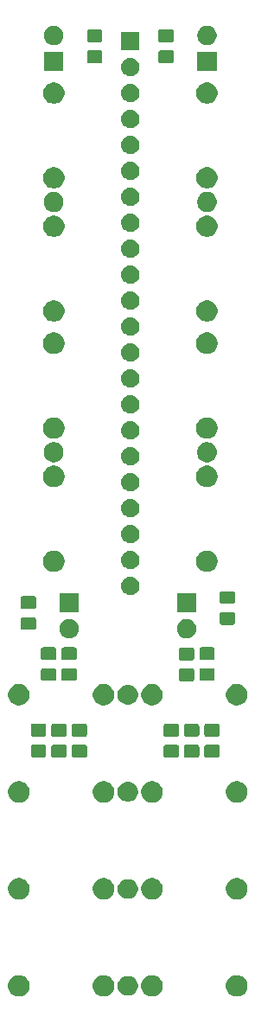
<source format=gbr>
%TF.GenerationSoftware,KiCad,Pcbnew,(5.0.1)-3*%
%TF.CreationDate,2020-04-22T20:28:29+01:00*%
%TF.ProjectId,Front,46726F6E742E6B696361645F70636200,rev?*%
%TF.SameCoordinates,Original*%
%TF.FileFunction,Soldermask,Bot*%
%TF.FilePolarity,Negative*%
%FSLAX46Y46*%
G04 Gerber Fmt 4.6, Leading zero omitted, Abs format (unit mm)*
G04 Created by KiCad (PCBNEW (5.0.1)-3) date 22/04/2020 20:28:29*
%MOMM*%
%LPD*%
G01*
G04 APERTURE LIST*
%ADD10C,0.400000*%
G04 APERTURE END LIST*
D10*
G36*
X35186565Y-113489389D02*
X35377834Y-113568615D01*
X35549976Y-113683637D01*
X35696363Y-113830024D01*
X35811385Y-114002166D01*
X35890611Y-114193435D01*
X35931000Y-114396484D01*
X35931000Y-114603516D01*
X35890611Y-114806565D01*
X35811385Y-114997834D01*
X35696363Y-115169976D01*
X35549976Y-115316363D01*
X35377834Y-115431385D01*
X35186565Y-115510611D01*
X34983516Y-115551000D01*
X34776484Y-115551000D01*
X34573435Y-115510611D01*
X34382166Y-115431385D01*
X34210024Y-115316363D01*
X34063637Y-115169976D01*
X33948615Y-114997834D01*
X33869389Y-114806565D01*
X33829000Y-114603516D01*
X33829000Y-114396484D01*
X33869389Y-114193435D01*
X33948615Y-114002166D01*
X34063637Y-113830024D01*
X34210024Y-113683637D01*
X34382166Y-113568615D01*
X34573435Y-113489389D01*
X34776484Y-113449000D01*
X34983516Y-113449000D01*
X35186565Y-113489389D01*
X35186565Y-113489389D01*
G37*
G36*
X39926565Y-113489389D02*
X40117834Y-113568615D01*
X40289976Y-113683637D01*
X40436363Y-113830024D01*
X40551385Y-114002166D01*
X40630611Y-114193435D01*
X40671000Y-114396484D01*
X40671000Y-114603516D01*
X40630611Y-114806565D01*
X40551385Y-114997834D01*
X40436363Y-115169976D01*
X40289976Y-115316363D01*
X40117834Y-115431385D01*
X39926565Y-115510611D01*
X39723516Y-115551000D01*
X39516484Y-115551000D01*
X39313435Y-115510611D01*
X39122166Y-115431385D01*
X38950024Y-115316363D01*
X38803637Y-115169976D01*
X38688615Y-114997834D01*
X38609389Y-114806565D01*
X38569000Y-114603516D01*
X38569000Y-114396484D01*
X38609389Y-114193435D01*
X38688615Y-114002166D01*
X38803637Y-113830024D01*
X38950024Y-113683637D01*
X39122166Y-113568615D01*
X39313435Y-113489389D01*
X39516484Y-113449000D01*
X39723516Y-113449000D01*
X39926565Y-113489389D01*
X39926565Y-113489389D01*
G37*
G36*
X48226565Y-113489389D02*
X48417834Y-113568615D01*
X48589976Y-113683637D01*
X48736363Y-113830024D01*
X48851385Y-114002166D01*
X48930611Y-114193435D01*
X48971000Y-114396484D01*
X48971000Y-114603516D01*
X48930611Y-114806565D01*
X48851385Y-114997834D01*
X48736363Y-115169976D01*
X48589976Y-115316363D01*
X48417834Y-115431385D01*
X48226565Y-115510611D01*
X48023516Y-115551000D01*
X47816484Y-115551000D01*
X47613435Y-115510611D01*
X47422166Y-115431385D01*
X47250024Y-115316363D01*
X47103637Y-115169976D01*
X46988615Y-114997834D01*
X46909389Y-114806565D01*
X46869000Y-114603516D01*
X46869000Y-114396484D01*
X46909389Y-114193435D01*
X46988615Y-114002166D01*
X47103637Y-113830024D01*
X47250024Y-113683637D01*
X47422166Y-113568615D01*
X47613435Y-113489389D01*
X47816484Y-113449000D01*
X48023516Y-113449000D01*
X48226565Y-113489389D01*
X48226565Y-113489389D01*
G37*
G36*
X26886565Y-113489389D02*
X27077834Y-113568615D01*
X27249976Y-113683637D01*
X27396363Y-113830024D01*
X27511385Y-114002166D01*
X27590611Y-114193435D01*
X27631000Y-114396484D01*
X27631000Y-114603516D01*
X27590611Y-114806565D01*
X27511385Y-114997834D01*
X27396363Y-115169976D01*
X27249976Y-115316363D01*
X27077834Y-115431385D01*
X26886565Y-115510611D01*
X26683516Y-115551000D01*
X26476484Y-115551000D01*
X26273435Y-115510611D01*
X26082166Y-115431385D01*
X25910024Y-115316363D01*
X25763637Y-115169976D01*
X25648615Y-114997834D01*
X25569389Y-114806565D01*
X25529000Y-114603516D01*
X25529000Y-114396484D01*
X25569389Y-114193435D01*
X25648615Y-114002166D01*
X25763637Y-113830024D01*
X25910024Y-113683637D01*
X26082166Y-113568615D01*
X26273435Y-113489389D01*
X26476484Y-113449000D01*
X26683516Y-113449000D01*
X26886565Y-113489389D01*
X26886565Y-113489389D01*
G37*
G36*
X37577396Y-113585546D02*
X37750466Y-113657234D01*
X37906230Y-113761312D01*
X38038688Y-113893770D01*
X38142766Y-114049534D01*
X38214454Y-114222604D01*
X38251000Y-114406333D01*
X38251000Y-114593667D01*
X38214454Y-114777396D01*
X38142766Y-114950466D01*
X38038688Y-115106230D01*
X37906230Y-115238688D01*
X37750466Y-115342766D01*
X37577396Y-115414454D01*
X37393667Y-115451000D01*
X37106333Y-115451000D01*
X36922604Y-115414454D01*
X36749534Y-115342766D01*
X36593770Y-115238688D01*
X36461312Y-115106230D01*
X36357234Y-114950466D01*
X36285546Y-114777396D01*
X36249000Y-114593667D01*
X36249000Y-114406333D01*
X36285546Y-114222604D01*
X36357234Y-114049534D01*
X36461312Y-113893770D01*
X36593770Y-113761312D01*
X36749534Y-113657234D01*
X36922604Y-113585546D01*
X37106333Y-113549000D01*
X37393667Y-113549000D01*
X37577396Y-113585546D01*
X37577396Y-113585546D01*
G37*
G36*
X26886565Y-103989389D02*
X27077834Y-104068615D01*
X27249976Y-104183637D01*
X27396363Y-104330024D01*
X27511385Y-104502166D01*
X27590611Y-104693435D01*
X27631000Y-104896484D01*
X27631000Y-105103516D01*
X27590611Y-105306565D01*
X27511385Y-105497834D01*
X27396363Y-105669976D01*
X27249976Y-105816363D01*
X27077834Y-105931385D01*
X26886565Y-106010611D01*
X26683516Y-106051000D01*
X26476484Y-106051000D01*
X26273435Y-106010611D01*
X26082166Y-105931385D01*
X25910024Y-105816363D01*
X25763637Y-105669976D01*
X25648615Y-105497834D01*
X25569389Y-105306565D01*
X25529000Y-105103516D01*
X25529000Y-104896484D01*
X25569389Y-104693435D01*
X25648615Y-104502166D01*
X25763637Y-104330024D01*
X25910024Y-104183637D01*
X26082166Y-104068615D01*
X26273435Y-103989389D01*
X26476484Y-103949000D01*
X26683516Y-103949000D01*
X26886565Y-103989389D01*
X26886565Y-103989389D01*
G37*
G36*
X35186565Y-103989389D02*
X35377834Y-104068615D01*
X35549976Y-104183637D01*
X35696363Y-104330024D01*
X35811385Y-104502166D01*
X35890611Y-104693435D01*
X35931000Y-104896484D01*
X35931000Y-105103516D01*
X35890611Y-105306565D01*
X35811385Y-105497834D01*
X35696363Y-105669976D01*
X35549976Y-105816363D01*
X35377834Y-105931385D01*
X35186565Y-106010611D01*
X34983516Y-106051000D01*
X34776484Y-106051000D01*
X34573435Y-106010611D01*
X34382166Y-105931385D01*
X34210024Y-105816363D01*
X34063637Y-105669976D01*
X33948615Y-105497834D01*
X33869389Y-105306565D01*
X33829000Y-105103516D01*
X33829000Y-104896484D01*
X33869389Y-104693435D01*
X33948615Y-104502166D01*
X34063637Y-104330024D01*
X34210024Y-104183637D01*
X34382166Y-104068615D01*
X34573435Y-103989389D01*
X34776484Y-103949000D01*
X34983516Y-103949000D01*
X35186565Y-103989389D01*
X35186565Y-103989389D01*
G37*
G36*
X48226565Y-103989389D02*
X48417834Y-104068615D01*
X48589976Y-104183637D01*
X48736363Y-104330024D01*
X48851385Y-104502166D01*
X48930611Y-104693435D01*
X48971000Y-104896484D01*
X48971000Y-105103516D01*
X48930611Y-105306565D01*
X48851385Y-105497834D01*
X48736363Y-105669976D01*
X48589976Y-105816363D01*
X48417834Y-105931385D01*
X48226565Y-106010611D01*
X48023516Y-106051000D01*
X47816484Y-106051000D01*
X47613435Y-106010611D01*
X47422166Y-105931385D01*
X47250024Y-105816363D01*
X47103637Y-105669976D01*
X46988615Y-105497834D01*
X46909389Y-105306565D01*
X46869000Y-105103516D01*
X46869000Y-104896484D01*
X46909389Y-104693435D01*
X46988615Y-104502166D01*
X47103637Y-104330024D01*
X47250024Y-104183637D01*
X47422166Y-104068615D01*
X47613435Y-103989389D01*
X47816484Y-103949000D01*
X48023516Y-103949000D01*
X48226565Y-103989389D01*
X48226565Y-103989389D01*
G37*
G36*
X39926565Y-103989389D02*
X40117834Y-104068615D01*
X40289976Y-104183637D01*
X40436363Y-104330024D01*
X40551385Y-104502166D01*
X40630611Y-104693435D01*
X40671000Y-104896484D01*
X40671000Y-105103516D01*
X40630611Y-105306565D01*
X40551385Y-105497834D01*
X40436363Y-105669976D01*
X40289976Y-105816363D01*
X40117834Y-105931385D01*
X39926565Y-106010611D01*
X39723516Y-106051000D01*
X39516484Y-106051000D01*
X39313435Y-106010611D01*
X39122166Y-105931385D01*
X38950024Y-105816363D01*
X38803637Y-105669976D01*
X38688615Y-105497834D01*
X38609389Y-105306565D01*
X38569000Y-105103516D01*
X38569000Y-104896484D01*
X38609389Y-104693435D01*
X38688615Y-104502166D01*
X38803637Y-104330024D01*
X38950024Y-104183637D01*
X39122166Y-104068615D01*
X39313435Y-103989389D01*
X39516484Y-103949000D01*
X39723516Y-103949000D01*
X39926565Y-103989389D01*
X39926565Y-103989389D01*
G37*
G36*
X37577396Y-104085546D02*
X37750466Y-104157234D01*
X37906230Y-104261312D01*
X38038688Y-104393770D01*
X38142766Y-104549534D01*
X38214454Y-104722604D01*
X38251000Y-104906333D01*
X38251000Y-105093667D01*
X38214454Y-105277396D01*
X38142766Y-105450466D01*
X38038688Y-105606230D01*
X37906230Y-105738688D01*
X37750466Y-105842766D01*
X37577396Y-105914454D01*
X37393667Y-105951000D01*
X37106333Y-105951000D01*
X36922604Y-105914454D01*
X36749534Y-105842766D01*
X36593770Y-105738688D01*
X36461312Y-105606230D01*
X36357234Y-105450466D01*
X36285546Y-105277396D01*
X36249000Y-105093667D01*
X36249000Y-104906333D01*
X36285546Y-104722604D01*
X36357234Y-104549534D01*
X36461312Y-104393770D01*
X36593770Y-104261312D01*
X36749534Y-104157234D01*
X36922604Y-104085546D01*
X37106333Y-104049000D01*
X37393667Y-104049000D01*
X37577396Y-104085546D01*
X37577396Y-104085546D01*
G37*
G36*
X35186565Y-94489389D02*
X35377834Y-94568615D01*
X35549976Y-94683637D01*
X35696363Y-94830024D01*
X35811385Y-95002166D01*
X35890611Y-95193435D01*
X35931000Y-95396484D01*
X35931000Y-95603516D01*
X35890611Y-95806565D01*
X35811385Y-95997834D01*
X35696363Y-96169976D01*
X35549976Y-96316363D01*
X35377834Y-96431385D01*
X35186565Y-96510611D01*
X34983516Y-96551000D01*
X34776484Y-96551000D01*
X34573435Y-96510611D01*
X34382166Y-96431385D01*
X34210024Y-96316363D01*
X34063637Y-96169976D01*
X33948615Y-95997834D01*
X33869389Y-95806565D01*
X33829000Y-95603516D01*
X33829000Y-95396484D01*
X33869389Y-95193435D01*
X33948615Y-95002166D01*
X34063637Y-94830024D01*
X34210024Y-94683637D01*
X34382166Y-94568615D01*
X34573435Y-94489389D01*
X34776484Y-94449000D01*
X34983516Y-94449000D01*
X35186565Y-94489389D01*
X35186565Y-94489389D01*
G37*
G36*
X39926565Y-94489389D02*
X40117834Y-94568615D01*
X40289976Y-94683637D01*
X40436363Y-94830024D01*
X40551385Y-95002166D01*
X40630611Y-95193435D01*
X40671000Y-95396484D01*
X40671000Y-95603516D01*
X40630611Y-95806565D01*
X40551385Y-95997834D01*
X40436363Y-96169976D01*
X40289976Y-96316363D01*
X40117834Y-96431385D01*
X39926565Y-96510611D01*
X39723516Y-96551000D01*
X39516484Y-96551000D01*
X39313435Y-96510611D01*
X39122166Y-96431385D01*
X38950024Y-96316363D01*
X38803637Y-96169976D01*
X38688615Y-95997834D01*
X38609389Y-95806565D01*
X38569000Y-95603516D01*
X38569000Y-95396484D01*
X38609389Y-95193435D01*
X38688615Y-95002166D01*
X38803637Y-94830024D01*
X38950024Y-94683637D01*
X39122166Y-94568615D01*
X39313435Y-94489389D01*
X39516484Y-94449000D01*
X39723516Y-94449000D01*
X39926565Y-94489389D01*
X39926565Y-94489389D01*
G37*
G36*
X48226565Y-94489389D02*
X48417834Y-94568615D01*
X48589976Y-94683637D01*
X48736363Y-94830024D01*
X48851385Y-95002166D01*
X48930611Y-95193435D01*
X48971000Y-95396484D01*
X48971000Y-95603516D01*
X48930611Y-95806565D01*
X48851385Y-95997834D01*
X48736363Y-96169976D01*
X48589976Y-96316363D01*
X48417834Y-96431385D01*
X48226565Y-96510611D01*
X48023516Y-96551000D01*
X47816484Y-96551000D01*
X47613435Y-96510611D01*
X47422166Y-96431385D01*
X47250024Y-96316363D01*
X47103637Y-96169976D01*
X46988615Y-95997834D01*
X46909389Y-95806565D01*
X46869000Y-95603516D01*
X46869000Y-95396484D01*
X46909389Y-95193435D01*
X46988615Y-95002166D01*
X47103637Y-94830024D01*
X47250024Y-94683637D01*
X47422166Y-94568615D01*
X47613435Y-94489389D01*
X47816484Y-94449000D01*
X48023516Y-94449000D01*
X48226565Y-94489389D01*
X48226565Y-94489389D01*
G37*
G36*
X26886565Y-94489389D02*
X27077834Y-94568615D01*
X27249976Y-94683637D01*
X27396363Y-94830024D01*
X27511385Y-95002166D01*
X27590611Y-95193435D01*
X27631000Y-95396484D01*
X27631000Y-95603516D01*
X27590611Y-95806565D01*
X27511385Y-95997834D01*
X27396363Y-96169976D01*
X27249976Y-96316363D01*
X27077834Y-96431385D01*
X26886565Y-96510611D01*
X26683516Y-96551000D01*
X26476484Y-96551000D01*
X26273435Y-96510611D01*
X26082166Y-96431385D01*
X25910024Y-96316363D01*
X25763637Y-96169976D01*
X25648615Y-95997834D01*
X25569389Y-95806565D01*
X25529000Y-95603516D01*
X25529000Y-95396484D01*
X25569389Y-95193435D01*
X25648615Y-95002166D01*
X25763637Y-94830024D01*
X25910024Y-94683637D01*
X26082166Y-94568615D01*
X26273435Y-94489389D01*
X26476484Y-94449000D01*
X26683516Y-94449000D01*
X26886565Y-94489389D01*
X26886565Y-94489389D01*
G37*
G36*
X37577396Y-94585546D02*
X37750466Y-94657234D01*
X37906230Y-94761312D01*
X38038688Y-94893770D01*
X38142766Y-95049534D01*
X38214454Y-95222604D01*
X38251000Y-95406333D01*
X38251000Y-95593667D01*
X38214454Y-95777396D01*
X38142766Y-95950466D01*
X38038688Y-96106230D01*
X37906230Y-96238688D01*
X37750466Y-96342766D01*
X37577396Y-96414454D01*
X37393667Y-96451000D01*
X37106333Y-96451000D01*
X36922604Y-96414454D01*
X36749534Y-96342766D01*
X36593770Y-96238688D01*
X36461312Y-96106230D01*
X36357234Y-95950466D01*
X36285546Y-95777396D01*
X36249000Y-95593667D01*
X36249000Y-95406333D01*
X36285546Y-95222604D01*
X36357234Y-95049534D01*
X36461312Y-94893770D01*
X36593770Y-94761312D01*
X36749534Y-94657234D01*
X36922604Y-94585546D01*
X37106333Y-94549000D01*
X37393667Y-94549000D01*
X37577396Y-94585546D01*
X37577396Y-94585546D01*
G37*
G36*
X42088677Y-90903465D02*
X42126364Y-90914898D01*
X42161103Y-90933466D01*
X42191548Y-90958452D01*
X42216534Y-90988897D01*
X42235102Y-91023636D01*
X42246535Y-91061323D01*
X42251000Y-91106661D01*
X42251000Y-91943339D01*
X42246535Y-91988677D01*
X42235102Y-92026364D01*
X42216534Y-92061103D01*
X42191548Y-92091548D01*
X42161103Y-92116534D01*
X42126364Y-92135102D01*
X42088677Y-92146535D01*
X42043339Y-92151000D01*
X40956661Y-92151000D01*
X40911323Y-92146535D01*
X40873636Y-92135102D01*
X40838897Y-92116534D01*
X40808452Y-92091548D01*
X40783466Y-92061103D01*
X40764898Y-92026364D01*
X40753465Y-91988677D01*
X40749000Y-91943339D01*
X40749000Y-91106661D01*
X40753465Y-91061323D01*
X40764898Y-91023636D01*
X40783466Y-90988897D01*
X40808452Y-90958452D01*
X40838897Y-90933466D01*
X40873636Y-90914898D01*
X40911323Y-90903465D01*
X40956661Y-90899000D01*
X42043339Y-90899000D01*
X42088677Y-90903465D01*
X42088677Y-90903465D01*
G37*
G36*
X44088677Y-90903465D02*
X44126364Y-90914898D01*
X44161103Y-90933466D01*
X44191548Y-90958452D01*
X44216534Y-90988897D01*
X44235102Y-91023636D01*
X44246535Y-91061323D01*
X44251000Y-91106661D01*
X44251000Y-91943339D01*
X44246535Y-91988677D01*
X44235102Y-92026364D01*
X44216534Y-92061103D01*
X44191548Y-92091548D01*
X44161103Y-92116534D01*
X44126364Y-92135102D01*
X44088677Y-92146535D01*
X44043339Y-92151000D01*
X42956661Y-92151000D01*
X42911323Y-92146535D01*
X42873636Y-92135102D01*
X42838897Y-92116534D01*
X42808452Y-92091548D01*
X42783466Y-92061103D01*
X42764898Y-92026364D01*
X42753465Y-91988677D01*
X42749000Y-91943339D01*
X42749000Y-91106661D01*
X42753465Y-91061323D01*
X42764898Y-91023636D01*
X42783466Y-90988897D01*
X42808452Y-90958452D01*
X42838897Y-90933466D01*
X42873636Y-90914898D01*
X42911323Y-90903465D01*
X42956661Y-90899000D01*
X44043339Y-90899000D01*
X44088677Y-90903465D01*
X44088677Y-90903465D01*
G37*
G36*
X31088677Y-90903465D02*
X31126364Y-90914898D01*
X31161103Y-90933466D01*
X31191548Y-90958452D01*
X31216534Y-90988897D01*
X31235102Y-91023636D01*
X31246535Y-91061323D01*
X31251000Y-91106661D01*
X31251000Y-91943339D01*
X31246535Y-91988677D01*
X31235102Y-92026364D01*
X31216534Y-92061103D01*
X31191548Y-92091548D01*
X31161103Y-92116534D01*
X31126364Y-92135102D01*
X31088677Y-92146535D01*
X31043339Y-92151000D01*
X29956661Y-92151000D01*
X29911323Y-92146535D01*
X29873636Y-92135102D01*
X29838897Y-92116534D01*
X29808452Y-92091548D01*
X29783466Y-92061103D01*
X29764898Y-92026364D01*
X29753465Y-91988677D01*
X29749000Y-91943339D01*
X29749000Y-91106661D01*
X29753465Y-91061323D01*
X29764898Y-91023636D01*
X29783466Y-90988897D01*
X29808452Y-90958452D01*
X29838897Y-90933466D01*
X29873636Y-90914898D01*
X29911323Y-90903465D01*
X29956661Y-90899000D01*
X31043339Y-90899000D01*
X31088677Y-90903465D01*
X31088677Y-90903465D01*
G37*
G36*
X46088677Y-90903465D02*
X46126364Y-90914898D01*
X46161103Y-90933466D01*
X46191548Y-90958452D01*
X46216534Y-90988897D01*
X46235102Y-91023636D01*
X46246535Y-91061323D01*
X46251000Y-91106661D01*
X46251000Y-91943339D01*
X46246535Y-91988677D01*
X46235102Y-92026364D01*
X46216534Y-92061103D01*
X46191548Y-92091548D01*
X46161103Y-92116534D01*
X46126364Y-92135102D01*
X46088677Y-92146535D01*
X46043339Y-92151000D01*
X44956661Y-92151000D01*
X44911323Y-92146535D01*
X44873636Y-92135102D01*
X44838897Y-92116534D01*
X44808452Y-92091548D01*
X44783466Y-92061103D01*
X44764898Y-92026364D01*
X44753465Y-91988677D01*
X44749000Y-91943339D01*
X44749000Y-91106661D01*
X44753465Y-91061323D01*
X44764898Y-91023636D01*
X44783466Y-90988897D01*
X44808452Y-90958452D01*
X44838897Y-90933466D01*
X44873636Y-90914898D01*
X44911323Y-90903465D01*
X44956661Y-90899000D01*
X46043339Y-90899000D01*
X46088677Y-90903465D01*
X46088677Y-90903465D01*
G37*
G36*
X33088677Y-90903465D02*
X33126364Y-90914898D01*
X33161103Y-90933466D01*
X33191548Y-90958452D01*
X33216534Y-90988897D01*
X33235102Y-91023636D01*
X33246535Y-91061323D01*
X33251000Y-91106661D01*
X33251000Y-91943339D01*
X33246535Y-91988677D01*
X33235102Y-92026364D01*
X33216534Y-92061103D01*
X33191548Y-92091548D01*
X33161103Y-92116534D01*
X33126364Y-92135102D01*
X33088677Y-92146535D01*
X33043339Y-92151000D01*
X31956661Y-92151000D01*
X31911323Y-92146535D01*
X31873636Y-92135102D01*
X31838897Y-92116534D01*
X31808452Y-92091548D01*
X31783466Y-92061103D01*
X31764898Y-92026364D01*
X31753465Y-91988677D01*
X31749000Y-91943339D01*
X31749000Y-91106661D01*
X31753465Y-91061323D01*
X31764898Y-91023636D01*
X31783466Y-90988897D01*
X31808452Y-90958452D01*
X31838897Y-90933466D01*
X31873636Y-90914898D01*
X31911323Y-90903465D01*
X31956661Y-90899000D01*
X33043339Y-90899000D01*
X33088677Y-90903465D01*
X33088677Y-90903465D01*
G37*
G36*
X29088677Y-90878465D02*
X29126364Y-90889898D01*
X29161103Y-90908466D01*
X29191548Y-90933452D01*
X29216534Y-90963897D01*
X29235102Y-90998636D01*
X29246535Y-91036323D01*
X29251000Y-91081661D01*
X29251000Y-91918339D01*
X29246535Y-91963677D01*
X29235102Y-92001364D01*
X29216534Y-92036103D01*
X29191548Y-92066548D01*
X29161103Y-92091534D01*
X29126364Y-92110102D01*
X29088677Y-92121535D01*
X29043339Y-92126000D01*
X27956661Y-92126000D01*
X27911323Y-92121535D01*
X27873636Y-92110102D01*
X27838897Y-92091534D01*
X27808452Y-92066548D01*
X27783466Y-92036103D01*
X27764898Y-92001364D01*
X27753465Y-91963677D01*
X27749000Y-91918339D01*
X27749000Y-91081661D01*
X27753465Y-91036323D01*
X27764898Y-90998636D01*
X27783466Y-90963897D01*
X27808452Y-90933452D01*
X27838897Y-90908466D01*
X27873636Y-90889898D01*
X27911323Y-90878465D01*
X27956661Y-90874000D01*
X29043339Y-90874000D01*
X29088677Y-90878465D01*
X29088677Y-90878465D01*
G37*
G36*
X31088677Y-88853465D02*
X31126364Y-88864898D01*
X31161103Y-88883466D01*
X31191548Y-88908452D01*
X31216534Y-88938897D01*
X31235102Y-88973636D01*
X31246535Y-89011323D01*
X31251000Y-89056661D01*
X31251000Y-89893339D01*
X31246535Y-89938677D01*
X31235102Y-89976364D01*
X31216534Y-90011103D01*
X31191548Y-90041548D01*
X31161103Y-90066534D01*
X31126364Y-90085102D01*
X31088677Y-90096535D01*
X31043339Y-90101000D01*
X29956661Y-90101000D01*
X29911323Y-90096535D01*
X29873636Y-90085102D01*
X29838897Y-90066534D01*
X29808452Y-90041548D01*
X29783466Y-90011103D01*
X29764898Y-89976364D01*
X29753465Y-89938677D01*
X29749000Y-89893339D01*
X29749000Y-89056661D01*
X29753465Y-89011323D01*
X29764898Y-88973636D01*
X29783466Y-88938897D01*
X29808452Y-88908452D01*
X29838897Y-88883466D01*
X29873636Y-88864898D01*
X29911323Y-88853465D01*
X29956661Y-88849000D01*
X31043339Y-88849000D01*
X31088677Y-88853465D01*
X31088677Y-88853465D01*
G37*
G36*
X33088677Y-88853465D02*
X33126364Y-88864898D01*
X33161103Y-88883466D01*
X33191548Y-88908452D01*
X33216534Y-88938897D01*
X33235102Y-88973636D01*
X33246535Y-89011323D01*
X33251000Y-89056661D01*
X33251000Y-89893339D01*
X33246535Y-89938677D01*
X33235102Y-89976364D01*
X33216534Y-90011103D01*
X33191548Y-90041548D01*
X33161103Y-90066534D01*
X33126364Y-90085102D01*
X33088677Y-90096535D01*
X33043339Y-90101000D01*
X31956661Y-90101000D01*
X31911323Y-90096535D01*
X31873636Y-90085102D01*
X31838897Y-90066534D01*
X31808452Y-90041548D01*
X31783466Y-90011103D01*
X31764898Y-89976364D01*
X31753465Y-89938677D01*
X31749000Y-89893339D01*
X31749000Y-89056661D01*
X31753465Y-89011323D01*
X31764898Y-88973636D01*
X31783466Y-88938897D01*
X31808452Y-88908452D01*
X31838897Y-88883466D01*
X31873636Y-88864898D01*
X31911323Y-88853465D01*
X31956661Y-88849000D01*
X33043339Y-88849000D01*
X33088677Y-88853465D01*
X33088677Y-88853465D01*
G37*
G36*
X46088677Y-88853465D02*
X46126364Y-88864898D01*
X46161103Y-88883466D01*
X46191548Y-88908452D01*
X46216534Y-88938897D01*
X46235102Y-88973636D01*
X46246535Y-89011323D01*
X46251000Y-89056661D01*
X46251000Y-89893339D01*
X46246535Y-89938677D01*
X46235102Y-89976364D01*
X46216534Y-90011103D01*
X46191548Y-90041548D01*
X46161103Y-90066534D01*
X46126364Y-90085102D01*
X46088677Y-90096535D01*
X46043339Y-90101000D01*
X44956661Y-90101000D01*
X44911323Y-90096535D01*
X44873636Y-90085102D01*
X44838897Y-90066534D01*
X44808452Y-90041548D01*
X44783466Y-90011103D01*
X44764898Y-89976364D01*
X44753465Y-89938677D01*
X44749000Y-89893339D01*
X44749000Y-89056661D01*
X44753465Y-89011323D01*
X44764898Y-88973636D01*
X44783466Y-88938897D01*
X44808452Y-88908452D01*
X44838897Y-88883466D01*
X44873636Y-88864898D01*
X44911323Y-88853465D01*
X44956661Y-88849000D01*
X46043339Y-88849000D01*
X46088677Y-88853465D01*
X46088677Y-88853465D01*
G37*
G36*
X44088677Y-88853465D02*
X44126364Y-88864898D01*
X44161103Y-88883466D01*
X44191548Y-88908452D01*
X44216534Y-88938897D01*
X44235102Y-88973636D01*
X44246535Y-89011323D01*
X44251000Y-89056661D01*
X44251000Y-89893339D01*
X44246535Y-89938677D01*
X44235102Y-89976364D01*
X44216534Y-90011103D01*
X44191548Y-90041548D01*
X44161103Y-90066534D01*
X44126364Y-90085102D01*
X44088677Y-90096535D01*
X44043339Y-90101000D01*
X42956661Y-90101000D01*
X42911323Y-90096535D01*
X42873636Y-90085102D01*
X42838897Y-90066534D01*
X42808452Y-90041548D01*
X42783466Y-90011103D01*
X42764898Y-89976364D01*
X42753465Y-89938677D01*
X42749000Y-89893339D01*
X42749000Y-89056661D01*
X42753465Y-89011323D01*
X42764898Y-88973636D01*
X42783466Y-88938897D01*
X42808452Y-88908452D01*
X42838897Y-88883466D01*
X42873636Y-88864898D01*
X42911323Y-88853465D01*
X42956661Y-88849000D01*
X44043339Y-88849000D01*
X44088677Y-88853465D01*
X44088677Y-88853465D01*
G37*
G36*
X42088677Y-88853465D02*
X42126364Y-88864898D01*
X42161103Y-88883466D01*
X42191548Y-88908452D01*
X42216534Y-88938897D01*
X42235102Y-88973636D01*
X42246535Y-89011323D01*
X42251000Y-89056661D01*
X42251000Y-89893339D01*
X42246535Y-89938677D01*
X42235102Y-89976364D01*
X42216534Y-90011103D01*
X42191548Y-90041548D01*
X42161103Y-90066534D01*
X42126364Y-90085102D01*
X42088677Y-90096535D01*
X42043339Y-90101000D01*
X40956661Y-90101000D01*
X40911323Y-90096535D01*
X40873636Y-90085102D01*
X40838897Y-90066534D01*
X40808452Y-90041548D01*
X40783466Y-90011103D01*
X40764898Y-89976364D01*
X40753465Y-89938677D01*
X40749000Y-89893339D01*
X40749000Y-89056661D01*
X40753465Y-89011323D01*
X40764898Y-88973636D01*
X40783466Y-88938897D01*
X40808452Y-88908452D01*
X40838897Y-88883466D01*
X40873636Y-88864898D01*
X40911323Y-88853465D01*
X40956661Y-88849000D01*
X42043339Y-88849000D01*
X42088677Y-88853465D01*
X42088677Y-88853465D01*
G37*
G36*
X29088677Y-88828465D02*
X29126364Y-88839898D01*
X29161103Y-88858466D01*
X29191548Y-88883452D01*
X29216534Y-88913897D01*
X29235102Y-88948636D01*
X29246535Y-88986323D01*
X29251000Y-89031661D01*
X29251000Y-89868339D01*
X29246535Y-89913677D01*
X29235102Y-89951364D01*
X29216534Y-89986103D01*
X29191548Y-90016548D01*
X29161103Y-90041534D01*
X29126364Y-90060102D01*
X29088677Y-90071535D01*
X29043339Y-90076000D01*
X27956661Y-90076000D01*
X27911323Y-90071535D01*
X27873636Y-90060102D01*
X27838897Y-90041534D01*
X27808452Y-90016548D01*
X27783466Y-89986103D01*
X27764898Y-89951364D01*
X27753465Y-89913677D01*
X27749000Y-89868339D01*
X27749000Y-89031661D01*
X27753465Y-88986323D01*
X27764898Y-88948636D01*
X27783466Y-88913897D01*
X27808452Y-88883452D01*
X27838897Y-88858466D01*
X27873636Y-88839898D01*
X27911323Y-88828465D01*
X27956661Y-88824000D01*
X29043339Y-88824000D01*
X29088677Y-88828465D01*
X29088677Y-88828465D01*
G37*
G36*
X39926565Y-84989389D02*
X40117834Y-85068615D01*
X40289976Y-85183637D01*
X40436363Y-85330024D01*
X40551385Y-85502166D01*
X40630611Y-85693435D01*
X40671000Y-85896484D01*
X40671000Y-86103516D01*
X40630611Y-86306565D01*
X40551385Y-86497834D01*
X40436363Y-86669976D01*
X40289976Y-86816363D01*
X40117834Y-86931385D01*
X39926565Y-87010611D01*
X39723516Y-87051000D01*
X39516484Y-87051000D01*
X39313435Y-87010611D01*
X39122166Y-86931385D01*
X38950024Y-86816363D01*
X38803637Y-86669976D01*
X38688615Y-86497834D01*
X38609389Y-86306565D01*
X38569000Y-86103516D01*
X38569000Y-85896484D01*
X38609389Y-85693435D01*
X38688615Y-85502166D01*
X38803637Y-85330024D01*
X38950024Y-85183637D01*
X39122166Y-85068615D01*
X39313435Y-84989389D01*
X39516484Y-84949000D01*
X39723516Y-84949000D01*
X39926565Y-84989389D01*
X39926565Y-84989389D01*
G37*
G36*
X26886565Y-84989389D02*
X27077834Y-85068615D01*
X27249976Y-85183637D01*
X27396363Y-85330024D01*
X27511385Y-85502166D01*
X27590611Y-85693435D01*
X27631000Y-85896484D01*
X27631000Y-86103516D01*
X27590611Y-86306565D01*
X27511385Y-86497834D01*
X27396363Y-86669976D01*
X27249976Y-86816363D01*
X27077834Y-86931385D01*
X26886565Y-87010611D01*
X26683516Y-87051000D01*
X26476484Y-87051000D01*
X26273435Y-87010611D01*
X26082166Y-86931385D01*
X25910024Y-86816363D01*
X25763637Y-86669976D01*
X25648615Y-86497834D01*
X25569389Y-86306565D01*
X25529000Y-86103516D01*
X25529000Y-85896484D01*
X25569389Y-85693435D01*
X25648615Y-85502166D01*
X25763637Y-85330024D01*
X25910024Y-85183637D01*
X26082166Y-85068615D01*
X26273435Y-84989389D01*
X26476484Y-84949000D01*
X26683516Y-84949000D01*
X26886565Y-84989389D01*
X26886565Y-84989389D01*
G37*
G36*
X35186565Y-84989389D02*
X35377834Y-85068615D01*
X35549976Y-85183637D01*
X35696363Y-85330024D01*
X35811385Y-85502166D01*
X35890611Y-85693435D01*
X35931000Y-85896484D01*
X35931000Y-86103516D01*
X35890611Y-86306565D01*
X35811385Y-86497834D01*
X35696363Y-86669976D01*
X35549976Y-86816363D01*
X35377834Y-86931385D01*
X35186565Y-87010611D01*
X34983516Y-87051000D01*
X34776484Y-87051000D01*
X34573435Y-87010611D01*
X34382166Y-86931385D01*
X34210024Y-86816363D01*
X34063637Y-86669976D01*
X33948615Y-86497834D01*
X33869389Y-86306565D01*
X33829000Y-86103516D01*
X33829000Y-85896484D01*
X33869389Y-85693435D01*
X33948615Y-85502166D01*
X34063637Y-85330024D01*
X34210024Y-85183637D01*
X34382166Y-85068615D01*
X34573435Y-84989389D01*
X34776484Y-84949000D01*
X34983516Y-84949000D01*
X35186565Y-84989389D01*
X35186565Y-84989389D01*
G37*
G36*
X48226565Y-84989389D02*
X48417834Y-85068615D01*
X48589976Y-85183637D01*
X48736363Y-85330024D01*
X48851385Y-85502166D01*
X48930611Y-85693435D01*
X48971000Y-85896484D01*
X48971000Y-86103516D01*
X48930611Y-86306565D01*
X48851385Y-86497834D01*
X48736363Y-86669976D01*
X48589976Y-86816363D01*
X48417834Y-86931385D01*
X48226565Y-87010611D01*
X48023516Y-87051000D01*
X47816484Y-87051000D01*
X47613435Y-87010611D01*
X47422166Y-86931385D01*
X47250024Y-86816363D01*
X47103637Y-86669976D01*
X46988615Y-86497834D01*
X46909389Y-86306565D01*
X46869000Y-86103516D01*
X46869000Y-85896484D01*
X46909389Y-85693435D01*
X46988615Y-85502166D01*
X47103637Y-85330024D01*
X47250024Y-85183637D01*
X47422166Y-85068615D01*
X47613435Y-84989389D01*
X47816484Y-84949000D01*
X48023516Y-84949000D01*
X48226565Y-84989389D01*
X48226565Y-84989389D01*
G37*
G36*
X37577396Y-85085546D02*
X37750466Y-85157234D01*
X37906230Y-85261312D01*
X38038688Y-85393770D01*
X38142766Y-85549534D01*
X38214454Y-85722604D01*
X38251000Y-85906333D01*
X38251000Y-86093667D01*
X38214454Y-86277396D01*
X38142766Y-86450466D01*
X38038688Y-86606230D01*
X37906230Y-86738688D01*
X37750466Y-86842766D01*
X37577396Y-86914454D01*
X37393667Y-86951000D01*
X37106333Y-86951000D01*
X36922604Y-86914454D01*
X36749534Y-86842766D01*
X36593770Y-86738688D01*
X36461312Y-86606230D01*
X36357234Y-86450466D01*
X36285546Y-86277396D01*
X36249000Y-86093667D01*
X36249000Y-85906333D01*
X36285546Y-85722604D01*
X36357234Y-85549534D01*
X36461312Y-85393770D01*
X36593770Y-85261312D01*
X36749534Y-85157234D01*
X36922604Y-85085546D01*
X37106333Y-85049000D01*
X37393667Y-85049000D01*
X37577396Y-85085546D01*
X37577396Y-85085546D01*
G37*
G36*
X43588677Y-83428465D02*
X43626364Y-83439898D01*
X43661103Y-83458466D01*
X43691548Y-83483452D01*
X43716534Y-83513897D01*
X43735102Y-83548636D01*
X43746535Y-83586323D01*
X43751000Y-83631661D01*
X43751000Y-84468339D01*
X43746535Y-84513677D01*
X43735102Y-84551364D01*
X43716534Y-84586103D01*
X43691548Y-84616548D01*
X43661103Y-84641534D01*
X43626364Y-84660102D01*
X43588677Y-84671535D01*
X43543339Y-84676000D01*
X42456661Y-84676000D01*
X42411323Y-84671535D01*
X42373636Y-84660102D01*
X42338897Y-84641534D01*
X42308452Y-84616548D01*
X42283466Y-84586103D01*
X42264898Y-84551364D01*
X42253465Y-84513677D01*
X42249000Y-84468339D01*
X42249000Y-83631661D01*
X42253465Y-83586323D01*
X42264898Y-83548636D01*
X42283466Y-83513897D01*
X42308452Y-83483452D01*
X42338897Y-83458466D01*
X42373636Y-83439898D01*
X42411323Y-83428465D01*
X42456661Y-83424000D01*
X43543339Y-83424000D01*
X43588677Y-83428465D01*
X43588677Y-83428465D01*
G37*
G36*
X30088677Y-83403465D02*
X30126364Y-83414898D01*
X30161103Y-83433466D01*
X30191548Y-83458452D01*
X30216534Y-83488897D01*
X30235102Y-83523636D01*
X30246535Y-83561323D01*
X30251000Y-83606661D01*
X30251000Y-84443339D01*
X30246535Y-84488677D01*
X30235102Y-84526364D01*
X30216534Y-84561103D01*
X30191548Y-84591548D01*
X30161103Y-84616534D01*
X30126364Y-84635102D01*
X30088677Y-84646535D01*
X30043339Y-84651000D01*
X28956661Y-84651000D01*
X28911323Y-84646535D01*
X28873636Y-84635102D01*
X28838897Y-84616534D01*
X28808452Y-84591548D01*
X28783466Y-84561103D01*
X28764898Y-84526364D01*
X28753465Y-84488677D01*
X28749000Y-84443339D01*
X28749000Y-83606661D01*
X28753465Y-83561323D01*
X28764898Y-83523636D01*
X28783466Y-83488897D01*
X28808452Y-83458452D01*
X28838897Y-83433466D01*
X28873636Y-83414898D01*
X28911323Y-83403465D01*
X28956661Y-83399000D01*
X30043339Y-83399000D01*
X30088677Y-83403465D01*
X30088677Y-83403465D01*
G37*
G36*
X32088677Y-83403465D02*
X32126364Y-83414898D01*
X32161103Y-83433466D01*
X32191548Y-83458452D01*
X32216534Y-83488897D01*
X32235102Y-83523636D01*
X32246535Y-83561323D01*
X32251000Y-83606661D01*
X32251000Y-84443339D01*
X32246535Y-84488677D01*
X32235102Y-84526364D01*
X32216534Y-84561103D01*
X32191548Y-84591548D01*
X32161103Y-84616534D01*
X32126364Y-84635102D01*
X32088677Y-84646535D01*
X32043339Y-84651000D01*
X30956661Y-84651000D01*
X30911323Y-84646535D01*
X30873636Y-84635102D01*
X30838897Y-84616534D01*
X30808452Y-84591548D01*
X30783466Y-84561103D01*
X30764898Y-84526364D01*
X30753465Y-84488677D01*
X30749000Y-84443339D01*
X30749000Y-83606661D01*
X30753465Y-83561323D01*
X30764898Y-83523636D01*
X30783466Y-83488897D01*
X30808452Y-83458452D01*
X30838897Y-83433466D01*
X30873636Y-83414898D01*
X30911323Y-83403465D01*
X30956661Y-83399000D01*
X32043339Y-83399000D01*
X32088677Y-83403465D01*
X32088677Y-83403465D01*
G37*
G36*
X45588677Y-83403465D02*
X45626364Y-83414898D01*
X45661103Y-83433466D01*
X45691548Y-83458452D01*
X45716534Y-83488897D01*
X45735102Y-83523636D01*
X45746535Y-83561323D01*
X45751000Y-83606661D01*
X45751000Y-84443339D01*
X45746535Y-84488677D01*
X45735102Y-84526364D01*
X45716534Y-84561103D01*
X45691548Y-84591548D01*
X45661103Y-84616534D01*
X45626364Y-84635102D01*
X45588677Y-84646535D01*
X45543339Y-84651000D01*
X44456661Y-84651000D01*
X44411323Y-84646535D01*
X44373636Y-84635102D01*
X44338897Y-84616534D01*
X44308452Y-84591548D01*
X44283466Y-84561103D01*
X44264898Y-84526364D01*
X44253465Y-84488677D01*
X44249000Y-84443339D01*
X44249000Y-83606661D01*
X44253465Y-83561323D01*
X44264898Y-83523636D01*
X44283466Y-83488897D01*
X44308452Y-83458452D01*
X44338897Y-83433466D01*
X44373636Y-83414898D01*
X44411323Y-83403465D01*
X44456661Y-83399000D01*
X45543339Y-83399000D01*
X45588677Y-83403465D01*
X45588677Y-83403465D01*
G37*
G36*
X43588677Y-81378465D02*
X43626364Y-81389898D01*
X43661103Y-81408466D01*
X43691548Y-81433452D01*
X43716534Y-81463897D01*
X43735102Y-81498636D01*
X43746535Y-81536323D01*
X43751000Y-81581661D01*
X43751000Y-82418339D01*
X43746535Y-82463677D01*
X43735102Y-82501364D01*
X43716534Y-82536103D01*
X43691548Y-82566548D01*
X43661103Y-82591534D01*
X43626364Y-82610102D01*
X43588677Y-82621535D01*
X43543339Y-82626000D01*
X42456661Y-82626000D01*
X42411323Y-82621535D01*
X42373636Y-82610102D01*
X42338897Y-82591534D01*
X42308452Y-82566548D01*
X42283466Y-82536103D01*
X42264898Y-82501364D01*
X42253465Y-82463677D01*
X42249000Y-82418339D01*
X42249000Y-81581661D01*
X42253465Y-81536323D01*
X42264898Y-81498636D01*
X42283466Y-81463897D01*
X42308452Y-81433452D01*
X42338897Y-81408466D01*
X42373636Y-81389898D01*
X42411323Y-81378465D01*
X42456661Y-81374000D01*
X43543339Y-81374000D01*
X43588677Y-81378465D01*
X43588677Y-81378465D01*
G37*
G36*
X32088677Y-81353465D02*
X32126364Y-81364898D01*
X32161103Y-81383466D01*
X32191548Y-81408452D01*
X32216534Y-81438897D01*
X32235102Y-81473636D01*
X32246535Y-81511323D01*
X32251000Y-81556661D01*
X32251000Y-82393339D01*
X32246535Y-82438677D01*
X32235102Y-82476364D01*
X32216534Y-82511103D01*
X32191548Y-82541548D01*
X32161103Y-82566534D01*
X32126364Y-82585102D01*
X32088677Y-82596535D01*
X32043339Y-82601000D01*
X30956661Y-82601000D01*
X30911323Y-82596535D01*
X30873636Y-82585102D01*
X30838897Y-82566534D01*
X30808452Y-82541548D01*
X30783466Y-82511103D01*
X30764898Y-82476364D01*
X30753465Y-82438677D01*
X30749000Y-82393339D01*
X30749000Y-81556661D01*
X30753465Y-81511323D01*
X30764898Y-81473636D01*
X30783466Y-81438897D01*
X30808452Y-81408452D01*
X30838897Y-81383466D01*
X30873636Y-81364898D01*
X30911323Y-81353465D01*
X30956661Y-81349000D01*
X32043339Y-81349000D01*
X32088677Y-81353465D01*
X32088677Y-81353465D01*
G37*
G36*
X30088677Y-81353465D02*
X30126364Y-81364898D01*
X30161103Y-81383466D01*
X30191548Y-81408452D01*
X30216534Y-81438897D01*
X30235102Y-81473636D01*
X30246535Y-81511323D01*
X30251000Y-81556661D01*
X30251000Y-82393339D01*
X30246535Y-82438677D01*
X30235102Y-82476364D01*
X30216534Y-82511103D01*
X30191548Y-82541548D01*
X30161103Y-82566534D01*
X30126364Y-82585102D01*
X30088677Y-82596535D01*
X30043339Y-82601000D01*
X28956661Y-82601000D01*
X28911323Y-82596535D01*
X28873636Y-82585102D01*
X28838897Y-82566534D01*
X28808452Y-82541548D01*
X28783466Y-82511103D01*
X28764898Y-82476364D01*
X28753465Y-82438677D01*
X28749000Y-82393339D01*
X28749000Y-81556661D01*
X28753465Y-81511323D01*
X28764898Y-81473636D01*
X28783466Y-81438897D01*
X28808452Y-81408452D01*
X28838897Y-81383466D01*
X28873636Y-81364898D01*
X28911323Y-81353465D01*
X28956661Y-81349000D01*
X30043339Y-81349000D01*
X30088677Y-81353465D01*
X30088677Y-81353465D01*
G37*
G36*
X45588677Y-81353465D02*
X45626364Y-81364898D01*
X45661103Y-81383466D01*
X45691548Y-81408452D01*
X45716534Y-81438897D01*
X45735102Y-81473636D01*
X45746535Y-81511323D01*
X45751000Y-81556661D01*
X45751000Y-82393339D01*
X45746535Y-82438677D01*
X45735102Y-82476364D01*
X45716534Y-82511103D01*
X45691548Y-82541548D01*
X45661103Y-82566534D01*
X45626364Y-82585102D01*
X45588677Y-82596535D01*
X45543339Y-82601000D01*
X44456661Y-82601000D01*
X44411323Y-82596535D01*
X44373636Y-82585102D01*
X44338897Y-82566534D01*
X44308452Y-82541548D01*
X44283466Y-82511103D01*
X44264898Y-82476364D01*
X44253465Y-82438677D01*
X44249000Y-82393339D01*
X44249000Y-81556661D01*
X44253465Y-81511323D01*
X44264898Y-81473636D01*
X44283466Y-81438897D01*
X44308452Y-81408452D01*
X44338897Y-81383466D01*
X44373636Y-81364898D01*
X44411323Y-81353465D01*
X44456661Y-81349000D01*
X45543339Y-81349000D01*
X45588677Y-81353465D01*
X45588677Y-81353465D01*
G37*
G36*
X31777396Y-78625546D02*
X31950466Y-78697234D01*
X32106230Y-78801312D01*
X32238688Y-78933770D01*
X32342766Y-79089534D01*
X32414454Y-79262604D01*
X32451000Y-79446333D01*
X32451000Y-79633667D01*
X32414454Y-79817396D01*
X32342766Y-79990466D01*
X32238688Y-80146230D01*
X32106230Y-80278688D01*
X31950466Y-80382766D01*
X31777396Y-80454454D01*
X31593667Y-80491000D01*
X31406333Y-80491000D01*
X31222604Y-80454454D01*
X31049534Y-80382766D01*
X30893770Y-80278688D01*
X30761312Y-80146230D01*
X30657234Y-79990466D01*
X30585546Y-79817396D01*
X30549000Y-79633667D01*
X30549000Y-79446333D01*
X30585546Y-79262604D01*
X30657234Y-79089534D01*
X30761312Y-78933770D01*
X30893770Y-78801312D01*
X31049534Y-78697234D01*
X31222604Y-78625546D01*
X31406333Y-78589000D01*
X31593667Y-78589000D01*
X31777396Y-78625546D01*
X31777396Y-78625546D01*
G37*
G36*
X43277396Y-78625546D02*
X43450466Y-78697234D01*
X43606230Y-78801312D01*
X43738688Y-78933770D01*
X43842766Y-79089534D01*
X43914454Y-79262604D01*
X43951000Y-79446333D01*
X43951000Y-79633667D01*
X43914454Y-79817396D01*
X43842766Y-79990466D01*
X43738688Y-80146230D01*
X43606230Y-80278688D01*
X43450466Y-80382766D01*
X43277396Y-80454454D01*
X43093667Y-80491000D01*
X42906333Y-80491000D01*
X42722604Y-80454454D01*
X42549534Y-80382766D01*
X42393770Y-80278688D01*
X42261312Y-80146230D01*
X42157234Y-79990466D01*
X42085546Y-79817396D01*
X42049000Y-79633667D01*
X42049000Y-79446333D01*
X42085546Y-79262604D01*
X42157234Y-79089534D01*
X42261312Y-78933770D01*
X42393770Y-78801312D01*
X42549534Y-78697234D01*
X42722604Y-78625546D01*
X42906333Y-78589000D01*
X43093667Y-78589000D01*
X43277396Y-78625546D01*
X43277396Y-78625546D01*
G37*
G36*
X28088677Y-78403465D02*
X28126364Y-78414898D01*
X28161103Y-78433466D01*
X28191548Y-78458452D01*
X28216534Y-78488897D01*
X28235102Y-78523636D01*
X28246535Y-78561323D01*
X28251000Y-78606661D01*
X28251000Y-79443339D01*
X28246535Y-79488677D01*
X28235102Y-79526364D01*
X28216534Y-79561103D01*
X28191548Y-79591548D01*
X28161103Y-79616534D01*
X28126364Y-79635102D01*
X28088677Y-79646535D01*
X28043339Y-79651000D01*
X26956661Y-79651000D01*
X26911323Y-79646535D01*
X26873636Y-79635102D01*
X26838897Y-79616534D01*
X26808452Y-79591548D01*
X26783466Y-79561103D01*
X26764898Y-79526364D01*
X26753465Y-79488677D01*
X26749000Y-79443339D01*
X26749000Y-78606661D01*
X26753465Y-78561323D01*
X26764898Y-78523636D01*
X26783466Y-78488897D01*
X26808452Y-78458452D01*
X26838897Y-78433466D01*
X26873636Y-78414898D01*
X26911323Y-78403465D01*
X26956661Y-78399000D01*
X28043339Y-78399000D01*
X28088677Y-78403465D01*
X28088677Y-78403465D01*
G37*
G36*
X47588677Y-77903465D02*
X47626364Y-77914898D01*
X47661103Y-77933466D01*
X47691548Y-77958452D01*
X47716534Y-77988897D01*
X47735102Y-78023636D01*
X47746535Y-78061323D01*
X47751000Y-78106661D01*
X47751000Y-78943339D01*
X47746535Y-78988677D01*
X47735102Y-79026364D01*
X47716534Y-79061103D01*
X47691548Y-79091548D01*
X47661103Y-79116534D01*
X47626364Y-79135102D01*
X47588677Y-79146535D01*
X47543339Y-79151000D01*
X46456661Y-79151000D01*
X46411323Y-79146535D01*
X46373636Y-79135102D01*
X46338897Y-79116534D01*
X46308452Y-79091548D01*
X46283466Y-79061103D01*
X46264898Y-79026364D01*
X46253465Y-78988677D01*
X46249000Y-78943339D01*
X46249000Y-78106661D01*
X46253465Y-78061323D01*
X46264898Y-78023636D01*
X46283466Y-77988897D01*
X46308452Y-77958452D01*
X46338897Y-77933466D01*
X46373636Y-77914898D01*
X46411323Y-77903465D01*
X46456661Y-77899000D01*
X47543339Y-77899000D01*
X47588677Y-77903465D01*
X47588677Y-77903465D01*
G37*
G36*
X43951000Y-77951000D02*
X42049000Y-77951000D01*
X42049000Y-76049000D01*
X43951000Y-76049000D01*
X43951000Y-77951000D01*
X43951000Y-77951000D01*
G37*
G36*
X32451000Y-77951000D02*
X30549000Y-77951000D01*
X30549000Y-76049000D01*
X32451000Y-76049000D01*
X32451000Y-77951000D01*
X32451000Y-77951000D01*
G37*
G36*
X28088677Y-76353465D02*
X28126364Y-76364898D01*
X28161103Y-76383466D01*
X28191548Y-76408452D01*
X28216534Y-76438897D01*
X28235102Y-76473636D01*
X28246535Y-76511323D01*
X28251000Y-76556661D01*
X28251000Y-77393339D01*
X28246535Y-77438677D01*
X28235102Y-77476364D01*
X28216534Y-77511103D01*
X28191548Y-77541548D01*
X28161103Y-77566534D01*
X28126364Y-77585102D01*
X28088677Y-77596535D01*
X28043339Y-77601000D01*
X26956661Y-77601000D01*
X26911323Y-77596535D01*
X26873636Y-77585102D01*
X26838897Y-77566534D01*
X26808452Y-77541548D01*
X26783466Y-77511103D01*
X26764898Y-77476364D01*
X26753465Y-77438677D01*
X26749000Y-77393339D01*
X26749000Y-76556661D01*
X26753465Y-76511323D01*
X26764898Y-76473636D01*
X26783466Y-76438897D01*
X26808452Y-76408452D01*
X26838897Y-76383466D01*
X26873636Y-76364898D01*
X26911323Y-76353465D01*
X26956661Y-76349000D01*
X28043339Y-76349000D01*
X28088677Y-76353465D01*
X28088677Y-76353465D01*
G37*
G36*
X47588677Y-75853465D02*
X47626364Y-75864898D01*
X47661103Y-75883466D01*
X47691548Y-75908452D01*
X47716534Y-75938897D01*
X47735102Y-75973636D01*
X47746535Y-76011323D01*
X47751000Y-76056661D01*
X47751000Y-76893339D01*
X47746535Y-76938677D01*
X47735102Y-76976364D01*
X47716534Y-77011103D01*
X47691548Y-77041548D01*
X47661103Y-77066534D01*
X47626364Y-77085102D01*
X47588677Y-77096535D01*
X47543339Y-77101000D01*
X46456661Y-77101000D01*
X46411323Y-77096535D01*
X46373636Y-77085102D01*
X46338897Y-77066534D01*
X46308452Y-77041548D01*
X46283466Y-77011103D01*
X46264898Y-76976364D01*
X46253465Y-76938677D01*
X46249000Y-76893339D01*
X46249000Y-76056661D01*
X46253465Y-76011323D01*
X46264898Y-75973636D01*
X46283466Y-75938897D01*
X46308452Y-75908452D01*
X46338897Y-75883466D01*
X46373636Y-75864898D01*
X46411323Y-75853465D01*
X46456661Y-75849000D01*
X47543339Y-75849000D01*
X47588677Y-75853465D01*
X47588677Y-75853465D01*
G37*
G36*
X37610442Y-74445518D02*
X37676627Y-74452037D01*
X37789853Y-74486384D01*
X37846467Y-74503557D01*
X37985087Y-74577652D01*
X38002991Y-74587222D01*
X38038729Y-74616552D01*
X38140186Y-74699814D01*
X38223448Y-74801271D01*
X38252778Y-74837009D01*
X38252779Y-74837011D01*
X38336443Y-74993533D01*
X38336443Y-74993534D01*
X38387963Y-75163373D01*
X38405359Y-75340000D01*
X38387963Y-75516627D01*
X38353616Y-75629853D01*
X38336443Y-75686467D01*
X38262348Y-75825087D01*
X38252778Y-75842991D01*
X38223448Y-75878729D01*
X38140186Y-75980186D01*
X38038729Y-76063448D01*
X38002991Y-76092778D01*
X38002989Y-76092779D01*
X37846467Y-76176443D01*
X37789853Y-76193616D01*
X37676627Y-76227963D01*
X37610443Y-76234481D01*
X37544260Y-76241000D01*
X37455740Y-76241000D01*
X37389557Y-76234481D01*
X37323373Y-76227963D01*
X37210147Y-76193616D01*
X37153533Y-76176443D01*
X36997011Y-76092779D01*
X36997009Y-76092778D01*
X36961271Y-76063448D01*
X36859814Y-75980186D01*
X36776552Y-75878729D01*
X36747222Y-75842991D01*
X36737652Y-75825087D01*
X36663557Y-75686467D01*
X36646384Y-75629853D01*
X36612037Y-75516627D01*
X36594641Y-75340000D01*
X36612037Y-75163373D01*
X36663557Y-74993534D01*
X36663557Y-74993533D01*
X36747221Y-74837011D01*
X36747222Y-74837009D01*
X36776552Y-74801271D01*
X36859814Y-74699814D01*
X36961271Y-74616552D01*
X36997009Y-74587222D01*
X37014913Y-74577652D01*
X37153533Y-74503557D01*
X37210147Y-74486384D01*
X37323373Y-74452037D01*
X37389558Y-74445518D01*
X37455740Y-74439000D01*
X37544260Y-74439000D01*
X37610442Y-74445518D01*
X37610442Y-74445518D01*
G37*
G36*
X45306565Y-71909389D02*
X45497834Y-71988615D01*
X45669976Y-72103637D01*
X45816363Y-72250024D01*
X45931385Y-72422166D01*
X46010611Y-72613435D01*
X46051000Y-72816484D01*
X46051000Y-73023516D01*
X46010611Y-73226565D01*
X45931385Y-73417834D01*
X45816363Y-73589976D01*
X45669976Y-73736363D01*
X45497834Y-73851385D01*
X45306565Y-73930611D01*
X45103516Y-73971000D01*
X44896484Y-73971000D01*
X44693435Y-73930611D01*
X44502166Y-73851385D01*
X44330024Y-73736363D01*
X44183637Y-73589976D01*
X44068615Y-73417834D01*
X43989389Y-73226565D01*
X43949000Y-73023516D01*
X43949000Y-72816484D01*
X43989389Y-72613435D01*
X44068615Y-72422166D01*
X44183637Y-72250024D01*
X44330024Y-72103637D01*
X44502166Y-71988615D01*
X44693435Y-71909389D01*
X44896484Y-71869000D01*
X45103516Y-71869000D01*
X45306565Y-71909389D01*
X45306565Y-71909389D01*
G37*
G36*
X30306565Y-71909389D02*
X30497834Y-71988615D01*
X30669976Y-72103637D01*
X30816363Y-72250024D01*
X30931385Y-72422166D01*
X31010611Y-72613435D01*
X31051000Y-72816484D01*
X31051000Y-73023516D01*
X31010611Y-73226565D01*
X30931385Y-73417834D01*
X30816363Y-73589976D01*
X30669976Y-73736363D01*
X30497834Y-73851385D01*
X30306565Y-73930611D01*
X30103516Y-73971000D01*
X29896484Y-73971000D01*
X29693435Y-73930611D01*
X29502166Y-73851385D01*
X29330024Y-73736363D01*
X29183637Y-73589976D01*
X29068615Y-73417834D01*
X28989389Y-73226565D01*
X28949000Y-73023516D01*
X28949000Y-72816484D01*
X28989389Y-72613435D01*
X29068615Y-72422166D01*
X29183637Y-72250024D01*
X29330024Y-72103637D01*
X29502166Y-71988615D01*
X29693435Y-71909389D01*
X29896484Y-71869000D01*
X30103516Y-71869000D01*
X30306565Y-71909389D01*
X30306565Y-71909389D01*
G37*
G36*
X37610443Y-71905519D02*
X37676627Y-71912037D01*
X37789853Y-71946384D01*
X37846467Y-71963557D01*
X37893348Y-71988616D01*
X38002991Y-72047222D01*
X38038729Y-72076552D01*
X38140186Y-72159814D01*
X38214218Y-72250024D01*
X38252778Y-72297009D01*
X38252779Y-72297011D01*
X38336443Y-72453533D01*
X38336443Y-72453534D01*
X38387963Y-72623373D01*
X38405359Y-72800000D01*
X38387963Y-72976627D01*
X38373740Y-73023514D01*
X38336443Y-73146467D01*
X38293629Y-73226565D01*
X38252778Y-73302991D01*
X38223448Y-73338729D01*
X38140186Y-73440186D01*
X38038729Y-73523448D01*
X38002991Y-73552778D01*
X38002989Y-73552779D01*
X37846467Y-73636443D01*
X37789853Y-73653616D01*
X37676627Y-73687963D01*
X37610442Y-73694482D01*
X37544260Y-73701000D01*
X37455740Y-73701000D01*
X37389558Y-73694482D01*
X37323373Y-73687963D01*
X37210147Y-73653616D01*
X37153533Y-73636443D01*
X36997011Y-73552779D01*
X36997009Y-73552778D01*
X36961271Y-73523448D01*
X36859814Y-73440186D01*
X36776552Y-73338729D01*
X36747222Y-73302991D01*
X36706371Y-73226565D01*
X36663557Y-73146467D01*
X36626260Y-73023514D01*
X36612037Y-72976627D01*
X36594641Y-72800000D01*
X36612037Y-72623373D01*
X36663557Y-72453534D01*
X36663557Y-72453533D01*
X36747221Y-72297011D01*
X36747222Y-72297009D01*
X36785782Y-72250024D01*
X36859814Y-72159814D01*
X36961271Y-72076552D01*
X36997009Y-72047222D01*
X37106652Y-71988616D01*
X37153533Y-71963557D01*
X37210147Y-71946384D01*
X37323373Y-71912037D01*
X37389557Y-71905519D01*
X37455740Y-71899000D01*
X37544260Y-71899000D01*
X37610443Y-71905519D01*
X37610443Y-71905519D01*
G37*
G36*
X37610443Y-69365519D02*
X37676627Y-69372037D01*
X37789853Y-69406384D01*
X37846467Y-69423557D01*
X37985087Y-69497652D01*
X38002991Y-69507222D01*
X38038729Y-69536552D01*
X38140186Y-69619814D01*
X38223448Y-69721271D01*
X38252778Y-69757009D01*
X38252779Y-69757011D01*
X38336443Y-69913533D01*
X38336443Y-69913534D01*
X38387963Y-70083373D01*
X38405359Y-70260000D01*
X38387963Y-70436627D01*
X38353616Y-70549853D01*
X38336443Y-70606467D01*
X38262348Y-70745087D01*
X38252778Y-70762991D01*
X38223448Y-70798729D01*
X38140186Y-70900186D01*
X38038729Y-70983448D01*
X38002991Y-71012778D01*
X38002989Y-71012779D01*
X37846467Y-71096443D01*
X37789853Y-71113616D01*
X37676627Y-71147963D01*
X37610443Y-71154481D01*
X37544260Y-71161000D01*
X37455740Y-71161000D01*
X37389557Y-71154481D01*
X37323373Y-71147963D01*
X37210147Y-71113616D01*
X37153533Y-71096443D01*
X36997011Y-71012779D01*
X36997009Y-71012778D01*
X36961271Y-70983448D01*
X36859814Y-70900186D01*
X36776552Y-70798729D01*
X36747222Y-70762991D01*
X36737652Y-70745087D01*
X36663557Y-70606467D01*
X36646384Y-70549853D01*
X36612037Y-70436627D01*
X36594641Y-70260000D01*
X36612037Y-70083373D01*
X36663557Y-69913534D01*
X36663557Y-69913533D01*
X36747221Y-69757011D01*
X36747222Y-69757009D01*
X36776552Y-69721271D01*
X36859814Y-69619814D01*
X36961271Y-69536552D01*
X36997009Y-69507222D01*
X37014913Y-69497652D01*
X37153533Y-69423557D01*
X37210147Y-69406384D01*
X37323373Y-69372037D01*
X37389557Y-69365519D01*
X37455740Y-69359000D01*
X37544260Y-69359000D01*
X37610443Y-69365519D01*
X37610443Y-69365519D01*
G37*
G36*
X37610442Y-66825518D02*
X37676627Y-66832037D01*
X37789853Y-66866384D01*
X37846467Y-66883557D01*
X37985087Y-66957652D01*
X38002991Y-66967222D01*
X38038729Y-66996552D01*
X38140186Y-67079814D01*
X38223448Y-67181271D01*
X38252778Y-67217009D01*
X38252779Y-67217011D01*
X38336443Y-67373533D01*
X38336443Y-67373534D01*
X38387963Y-67543373D01*
X38405359Y-67720000D01*
X38387963Y-67896627D01*
X38353616Y-68009853D01*
X38336443Y-68066467D01*
X38262348Y-68205087D01*
X38252778Y-68222991D01*
X38223448Y-68258729D01*
X38140186Y-68360186D01*
X38038729Y-68443448D01*
X38002991Y-68472778D01*
X38002989Y-68472779D01*
X37846467Y-68556443D01*
X37789853Y-68573616D01*
X37676627Y-68607963D01*
X37610442Y-68614482D01*
X37544260Y-68621000D01*
X37455740Y-68621000D01*
X37389558Y-68614482D01*
X37323373Y-68607963D01*
X37210147Y-68573616D01*
X37153533Y-68556443D01*
X36997011Y-68472779D01*
X36997009Y-68472778D01*
X36961271Y-68443448D01*
X36859814Y-68360186D01*
X36776552Y-68258729D01*
X36747222Y-68222991D01*
X36737652Y-68205087D01*
X36663557Y-68066467D01*
X36646384Y-68009853D01*
X36612037Y-67896627D01*
X36594641Y-67720000D01*
X36612037Y-67543373D01*
X36663557Y-67373534D01*
X36663557Y-67373533D01*
X36747221Y-67217011D01*
X36747222Y-67217009D01*
X36776552Y-67181271D01*
X36859814Y-67079814D01*
X36961271Y-66996552D01*
X36997009Y-66967222D01*
X37014913Y-66957652D01*
X37153533Y-66883557D01*
X37210147Y-66866384D01*
X37323373Y-66832037D01*
X37389558Y-66825518D01*
X37455740Y-66819000D01*
X37544260Y-66819000D01*
X37610442Y-66825518D01*
X37610442Y-66825518D01*
G37*
G36*
X37610443Y-64285519D02*
X37676627Y-64292037D01*
X37789853Y-64326384D01*
X37846467Y-64343557D01*
X37985087Y-64417652D01*
X38002991Y-64427222D01*
X38038729Y-64456552D01*
X38140186Y-64539814D01*
X38223448Y-64641271D01*
X38252778Y-64677009D01*
X38252779Y-64677011D01*
X38336443Y-64833533D01*
X38336443Y-64833534D01*
X38387963Y-65003373D01*
X38405359Y-65180000D01*
X38387963Y-65356627D01*
X38363775Y-65436363D01*
X38336443Y-65526467D01*
X38280776Y-65630611D01*
X38252778Y-65682991D01*
X38223448Y-65718729D01*
X38140186Y-65820186D01*
X38038729Y-65903448D01*
X38002991Y-65932778D01*
X38002989Y-65932779D01*
X37846467Y-66016443D01*
X37789853Y-66033616D01*
X37676627Y-66067963D01*
X37610442Y-66074482D01*
X37544260Y-66081000D01*
X37455740Y-66081000D01*
X37389558Y-66074482D01*
X37323373Y-66067963D01*
X37210147Y-66033616D01*
X37153533Y-66016443D01*
X36997011Y-65932779D01*
X36997009Y-65932778D01*
X36961271Y-65903448D01*
X36859814Y-65820186D01*
X36776552Y-65718729D01*
X36747222Y-65682991D01*
X36719224Y-65630611D01*
X36663557Y-65526467D01*
X36636225Y-65436363D01*
X36612037Y-65356627D01*
X36594641Y-65180000D01*
X36612037Y-65003373D01*
X36663557Y-64833534D01*
X36663557Y-64833533D01*
X36747221Y-64677011D01*
X36747222Y-64677009D01*
X36776552Y-64641271D01*
X36859814Y-64539814D01*
X36961271Y-64456552D01*
X36997009Y-64427222D01*
X37014913Y-64417652D01*
X37153533Y-64343557D01*
X37210147Y-64326384D01*
X37323373Y-64292037D01*
X37389557Y-64285519D01*
X37455740Y-64279000D01*
X37544260Y-64279000D01*
X37610443Y-64285519D01*
X37610443Y-64285519D01*
G37*
G36*
X30306565Y-63609389D02*
X30497834Y-63688615D01*
X30669976Y-63803637D01*
X30816363Y-63950024D01*
X30931385Y-64122166D01*
X31010611Y-64313435D01*
X31051000Y-64516484D01*
X31051000Y-64723516D01*
X31010611Y-64926565D01*
X30931385Y-65117834D01*
X30816363Y-65289976D01*
X30669976Y-65436363D01*
X30497834Y-65551385D01*
X30306565Y-65630611D01*
X30103516Y-65671000D01*
X29896484Y-65671000D01*
X29693435Y-65630611D01*
X29502166Y-65551385D01*
X29330024Y-65436363D01*
X29183637Y-65289976D01*
X29068615Y-65117834D01*
X28989389Y-64926565D01*
X28949000Y-64723516D01*
X28949000Y-64516484D01*
X28989389Y-64313435D01*
X29068615Y-64122166D01*
X29183637Y-63950024D01*
X29330024Y-63803637D01*
X29502166Y-63688615D01*
X29693435Y-63609389D01*
X29896484Y-63569000D01*
X30103516Y-63569000D01*
X30306565Y-63609389D01*
X30306565Y-63609389D01*
G37*
G36*
X45306565Y-63609389D02*
X45497834Y-63688615D01*
X45669976Y-63803637D01*
X45816363Y-63950024D01*
X45931385Y-64122166D01*
X46010611Y-64313435D01*
X46051000Y-64516484D01*
X46051000Y-64723516D01*
X46010611Y-64926565D01*
X45931385Y-65117834D01*
X45816363Y-65289976D01*
X45669976Y-65436363D01*
X45497834Y-65551385D01*
X45306565Y-65630611D01*
X45103516Y-65671000D01*
X44896484Y-65671000D01*
X44693435Y-65630611D01*
X44502166Y-65551385D01*
X44330024Y-65436363D01*
X44183637Y-65289976D01*
X44068615Y-65117834D01*
X43989389Y-64926565D01*
X43949000Y-64723516D01*
X43949000Y-64516484D01*
X43989389Y-64313435D01*
X44068615Y-64122166D01*
X44183637Y-63950024D01*
X44330024Y-63803637D01*
X44502166Y-63688615D01*
X44693435Y-63609389D01*
X44896484Y-63569000D01*
X45103516Y-63569000D01*
X45306565Y-63609389D01*
X45306565Y-63609389D01*
G37*
G36*
X37610442Y-61745518D02*
X37676627Y-61752037D01*
X37789853Y-61786384D01*
X37846467Y-61803557D01*
X37985087Y-61877652D01*
X38002991Y-61887222D01*
X38038729Y-61916552D01*
X38140186Y-61999814D01*
X38223448Y-62101271D01*
X38252778Y-62137009D01*
X38252779Y-62137011D01*
X38336443Y-62293533D01*
X38336443Y-62293534D01*
X38387963Y-62463373D01*
X38405359Y-62640000D01*
X38387963Y-62816627D01*
X38360783Y-62906227D01*
X38336443Y-62986467D01*
X38268032Y-63114453D01*
X38252778Y-63142991D01*
X38246205Y-63151000D01*
X38140186Y-63280186D01*
X38038729Y-63363448D01*
X38002991Y-63392778D01*
X38002989Y-63392779D01*
X37846467Y-63476443D01*
X37789853Y-63493616D01*
X37676627Y-63527963D01*
X37610443Y-63534481D01*
X37544260Y-63541000D01*
X37455740Y-63541000D01*
X37389557Y-63534481D01*
X37323373Y-63527963D01*
X37210147Y-63493616D01*
X37153533Y-63476443D01*
X36997011Y-63392779D01*
X36997009Y-63392778D01*
X36961271Y-63363448D01*
X36859814Y-63280186D01*
X36753795Y-63151000D01*
X36747222Y-63142991D01*
X36731968Y-63114453D01*
X36663557Y-62986467D01*
X36639217Y-62906227D01*
X36612037Y-62816627D01*
X36594641Y-62640000D01*
X36612037Y-62463373D01*
X36663557Y-62293534D01*
X36663557Y-62293533D01*
X36747221Y-62137011D01*
X36747222Y-62137009D01*
X36776552Y-62101271D01*
X36859814Y-61999814D01*
X36961271Y-61916552D01*
X36997009Y-61887222D01*
X37014913Y-61877652D01*
X37153533Y-61803557D01*
X37210147Y-61786384D01*
X37323373Y-61752037D01*
X37389558Y-61745518D01*
X37455740Y-61739000D01*
X37544260Y-61739000D01*
X37610442Y-61745518D01*
X37610442Y-61745518D01*
G37*
G36*
X45277396Y-61285546D02*
X45450466Y-61357234D01*
X45606230Y-61461312D01*
X45738688Y-61593770D01*
X45842766Y-61749534D01*
X45914454Y-61922604D01*
X45951000Y-62106333D01*
X45951000Y-62393667D01*
X45914454Y-62577396D01*
X45842766Y-62750466D01*
X45738688Y-62906230D01*
X45606230Y-63038688D01*
X45450466Y-63142766D01*
X45277396Y-63214454D01*
X45093667Y-63251000D01*
X44906333Y-63251000D01*
X44722604Y-63214454D01*
X44549534Y-63142766D01*
X44393770Y-63038688D01*
X44261312Y-62906230D01*
X44157234Y-62750466D01*
X44085546Y-62577396D01*
X44049000Y-62393667D01*
X44049000Y-62106333D01*
X44085546Y-61922604D01*
X44157234Y-61749534D01*
X44261312Y-61593770D01*
X44393770Y-61461312D01*
X44549534Y-61357234D01*
X44722604Y-61285546D01*
X44906333Y-61249000D01*
X45093667Y-61249000D01*
X45277396Y-61285546D01*
X45277396Y-61285546D01*
G37*
G36*
X30277396Y-61285546D02*
X30450466Y-61357234D01*
X30606230Y-61461312D01*
X30738688Y-61593770D01*
X30842766Y-61749534D01*
X30914454Y-61922604D01*
X30951000Y-62106333D01*
X30951000Y-62393667D01*
X30914454Y-62577396D01*
X30842766Y-62750466D01*
X30738688Y-62906230D01*
X30606230Y-63038688D01*
X30450466Y-63142766D01*
X30277396Y-63214454D01*
X30093667Y-63251000D01*
X29906333Y-63251000D01*
X29722604Y-63214454D01*
X29549534Y-63142766D01*
X29393770Y-63038688D01*
X29261312Y-62906230D01*
X29157234Y-62750466D01*
X29085546Y-62577396D01*
X29049000Y-62393667D01*
X29049000Y-62106333D01*
X29085546Y-61922604D01*
X29157234Y-61749534D01*
X29261312Y-61593770D01*
X29393770Y-61461312D01*
X29549534Y-61357234D01*
X29722604Y-61285546D01*
X29906333Y-61249000D01*
X30093667Y-61249000D01*
X30277396Y-61285546D01*
X30277396Y-61285546D01*
G37*
G36*
X37610443Y-59205519D02*
X37676627Y-59212037D01*
X37789853Y-59246384D01*
X37846467Y-59263557D01*
X37985087Y-59337652D01*
X38002991Y-59347222D01*
X38038729Y-59376552D01*
X38140186Y-59459814D01*
X38223448Y-59561271D01*
X38252778Y-59597009D01*
X38252779Y-59597011D01*
X38336443Y-59753533D01*
X38353616Y-59810147D01*
X38387963Y-59923373D01*
X38405359Y-60100000D01*
X38387963Y-60276627D01*
X38357262Y-60377834D01*
X38336443Y-60446467D01*
X38281117Y-60549973D01*
X38252778Y-60602991D01*
X38223448Y-60638729D01*
X38140186Y-60740186D01*
X38053428Y-60811385D01*
X38002991Y-60852778D01*
X38002989Y-60852779D01*
X37846467Y-60936443D01*
X37789853Y-60953616D01*
X37676627Y-60987963D01*
X37610443Y-60994481D01*
X37544260Y-61001000D01*
X37455740Y-61001000D01*
X37389557Y-60994481D01*
X37323373Y-60987963D01*
X37210147Y-60953616D01*
X37153533Y-60936443D01*
X36997011Y-60852779D01*
X36997009Y-60852778D01*
X36946572Y-60811385D01*
X36859814Y-60740186D01*
X36776552Y-60638729D01*
X36747222Y-60602991D01*
X36718883Y-60549973D01*
X36663557Y-60446467D01*
X36642738Y-60377834D01*
X36612037Y-60276627D01*
X36594641Y-60100000D01*
X36612037Y-59923373D01*
X36646384Y-59810147D01*
X36663557Y-59753533D01*
X36747221Y-59597011D01*
X36747222Y-59597009D01*
X36776552Y-59561271D01*
X36859814Y-59459814D01*
X36961271Y-59376552D01*
X36997009Y-59347222D01*
X37014913Y-59337652D01*
X37153533Y-59263557D01*
X37210147Y-59246384D01*
X37323373Y-59212037D01*
X37389557Y-59205519D01*
X37455740Y-59199000D01*
X37544260Y-59199000D01*
X37610443Y-59205519D01*
X37610443Y-59205519D01*
G37*
G36*
X45306565Y-58869389D02*
X45497834Y-58948615D01*
X45669976Y-59063637D01*
X45816363Y-59210024D01*
X45931385Y-59382166D01*
X46010611Y-59573435D01*
X46051000Y-59776484D01*
X46051000Y-59983516D01*
X46010611Y-60186565D01*
X45931385Y-60377834D01*
X45816363Y-60549976D01*
X45669976Y-60696363D01*
X45497834Y-60811385D01*
X45306565Y-60890611D01*
X45103516Y-60931000D01*
X44896484Y-60931000D01*
X44693435Y-60890611D01*
X44502166Y-60811385D01*
X44330024Y-60696363D01*
X44183637Y-60549976D01*
X44068615Y-60377834D01*
X43989389Y-60186565D01*
X43949000Y-59983516D01*
X43949000Y-59776484D01*
X43989389Y-59573435D01*
X44068615Y-59382166D01*
X44183637Y-59210024D01*
X44330024Y-59063637D01*
X44502166Y-58948615D01*
X44693435Y-58869389D01*
X44896484Y-58829000D01*
X45103516Y-58829000D01*
X45306565Y-58869389D01*
X45306565Y-58869389D01*
G37*
G36*
X30306565Y-58869389D02*
X30497834Y-58948615D01*
X30669976Y-59063637D01*
X30816363Y-59210024D01*
X30931385Y-59382166D01*
X31010611Y-59573435D01*
X31051000Y-59776484D01*
X31051000Y-59983516D01*
X31010611Y-60186565D01*
X30931385Y-60377834D01*
X30816363Y-60549976D01*
X30669976Y-60696363D01*
X30497834Y-60811385D01*
X30306565Y-60890611D01*
X30103516Y-60931000D01*
X29896484Y-60931000D01*
X29693435Y-60890611D01*
X29502166Y-60811385D01*
X29330024Y-60696363D01*
X29183637Y-60549976D01*
X29068615Y-60377834D01*
X28989389Y-60186565D01*
X28949000Y-59983516D01*
X28949000Y-59776484D01*
X28989389Y-59573435D01*
X29068615Y-59382166D01*
X29183637Y-59210024D01*
X29330024Y-59063637D01*
X29502166Y-58948615D01*
X29693435Y-58869389D01*
X29896484Y-58829000D01*
X30103516Y-58829000D01*
X30306565Y-58869389D01*
X30306565Y-58869389D01*
G37*
G36*
X37610442Y-56665518D02*
X37676627Y-56672037D01*
X37789853Y-56706384D01*
X37846467Y-56723557D01*
X37985087Y-56797652D01*
X38002991Y-56807222D01*
X38038729Y-56836552D01*
X38140186Y-56919814D01*
X38223448Y-57021271D01*
X38252778Y-57057009D01*
X38252779Y-57057011D01*
X38336443Y-57213533D01*
X38336443Y-57213534D01*
X38387963Y-57383373D01*
X38405359Y-57560000D01*
X38387963Y-57736627D01*
X38353616Y-57849853D01*
X38336443Y-57906467D01*
X38262348Y-58045087D01*
X38252778Y-58062991D01*
X38223448Y-58098729D01*
X38140186Y-58200186D01*
X38038729Y-58283448D01*
X38002991Y-58312778D01*
X38002989Y-58312779D01*
X37846467Y-58396443D01*
X37789853Y-58413616D01*
X37676627Y-58447963D01*
X37610442Y-58454482D01*
X37544260Y-58461000D01*
X37455740Y-58461000D01*
X37389558Y-58454482D01*
X37323373Y-58447963D01*
X37210147Y-58413616D01*
X37153533Y-58396443D01*
X36997011Y-58312779D01*
X36997009Y-58312778D01*
X36961271Y-58283448D01*
X36859814Y-58200186D01*
X36776552Y-58098729D01*
X36747222Y-58062991D01*
X36737652Y-58045087D01*
X36663557Y-57906467D01*
X36646384Y-57849853D01*
X36612037Y-57736627D01*
X36594641Y-57560000D01*
X36612037Y-57383373D01*
X36663557Y-57213534D01*
X36663557Y-57213533D01*
X36747221Y-57057011D01*
X36747222Y-57057009D01*
X36776552Y-57021271D01*
X36859814Y-56919814D01*
X36961271Y-56836552D01*
X36997009Y-56807222D01*
X37014913Y-56797652D01*
X37153533Y-56723557D01*
X37210147Y-56706384D01*
X37323373Y-56672037D01*
X37389558Y-56665518D01*
X37455740Y-56659000D01*
X37544260Y-56659000D01*
X37610442Y-56665518D01*
X37610442Y-56665518D01*
G37*
G36*
X37610443Y-54125519D02*
X37676627Y-54132037D01*
X37789853Y-54166384D01*
X37846467Y-54183557D01*
X37985087Y-54257652D01*
X38002991Y-54267222D01*
X38038729Y-54296552D01*
X38140186Y-54379814D01*
X38223448Y-54481271D01*
X38252778Y-54517009D01*
X38252779Y-54517011D01*
X38336443Y-54673533D01*
X38336443Y-54673534D01*
X38387963Y-54843373D01*
X38405359Y-55020000D01*
X38387963Y-55196627D01*
X38353616Y-55309853D01*
X38336443Y-55366467D01*
X38262348Y-55505087D01*
X38252778Y-55522991D01*
X38223448Y-55558729D01*
X38140186Y-55660186D01*
X38038729Y-55743448D01*
X38002991Y-55772778D01*
X38002989Y-55772779D01*
X37846467Y-55856443D01*
X37789853Y-55873616D01*
X37676627Y-55907963D01*
X37610443Y-55914481D01*
X37544260Y-55921000D01*
X37455740Y-55921000D01*
X37389557Y-55914481D01*
X37323373Y-55907963D01*
X37210147Y-55873616D01*
X37153533Y-55856443D01*
X36997011Y-55772779D01*
X36997009Y-55772778D01*
X36961271Y-55743448D01*
X36859814Y-55660186D01*
X36776552Y-55558729D01*
X36747222Y-55522991D01*
X36737652Y-55505087D01*
X36663557Y-55366467D01*
X36646384Y-55309853D01*
X36612037Y-55196627D01*
X36594641Y-55020000D01*
X36612037Y-54843373D01*
X36663557Y-54673534D01*
X36663557Y-54673533D01*
X36747221Y-54517011D01*
X36747222Y-54517009D01*
X36776552Y-54481271D01*
X36859814Y-54379814D01*
X36961271Y-54296552D01*
X36997009Y-54267222D01*
X37014913Y-54257652D01*
X37153533Y-54183557D01*
X37210147Y-54166384D01*
X37323373Y-54132037D01*
X37389557Y-54125519D01*
X37455740Y-54119000D01*
X37544260Y-54119000D01*
X37610443Y-54125519D01*
X37610443Y-54125519D01*
G37*
G36*
X37610442Y-51585518D02*
X37676627Y-51592037D01*
X37789853Y-51626384D01*
X37846467Y-51643557D01*
X37985087Y-51717652D01*
X38002991Y-51727222D01*
X38038729Y-51756552D01*
X38140186Y-51839814D01*
X38223448Y-51941271D01*
X38252778Y-51977009D01*
X38252779Y-51977011D01*
X38336443Y-52133533D01*
X38336443Y-52133534D01*
X38387963Y-52303373D01*
X38405359Y-52480000D01*
X38387963Y-52656627D01*
X38353616Y-52769853D01*
X38336443Y-52826467D01*
X38262348Y-52965087D01*
X38252778Y-52982991D01*
X38223448Y-53018729D01*
X38140186Y-53120186D01*
X38038729Y-53203448D01*
X38002991Y-53232778D01*
X38002989Y-53232779D01*
X37846467Y-53316443D01*
X37789853Y-53333616D01*
X37676627Y-53367963D01*
X37610443Y-53374481D01*
X37544260Y-53381000D01*
X37455740Y-53381000D01*
X37389557Y-53374481D01*
X37323373Y-53367963D01*
X37210147Y-53333616D01*
X37153533Y-53316443D01*
X36997011Y-53232779D01*
X36997009Y-53232778D01*
X36961271Y-53203448D01*
X36859814Y-53120186D01*
X36776552Y-53018729D01*
X36747222Y-52982991D01*
X36737652Y-52965087D01*
X36663557Y-52826467D01*
X36646384Y-52769853D01*
X36612037Y-52656627D01*
X36594641Y-52480000D01*
X36612037Y-52303373D01*
X36663557Y-52133534D01*
X36663557Y-52133533D01*
X36747221Y-51977011D01*
X36747222Y-51977009D01*
X36776552Y-51941271D01*
X36859814Y-51839814D01*
X36961271Y-51756552D01*
X36997009Y-51727222D01*
X37014913Y-51717652D01*
X37153533Y-51643557D01*
X37210147Y-51626384D01*
X37323373Y-51592037D01*
X37389558Y-51585518D01*
X37455740Y-51579000D01*
X37544260Y-51579000D01*
X37610442Y-51585518D01*
X37610442Y-51585518D01*
G37*
G36*
X45306565Y-50569389D02*
X45497834Y-50648615D01*
X45669976Y-50763637D01*
X45816363Y-50910024D01*
X45931385Y-51082166D01*
X46010611Y-51273435D01*
X46051000Y-51476484D01*
X46051000Y-51683516D01*
X46010611Y-51886565D01*
X45931385Y-52077834D01*
X45816363Y-52249976D01*
X45669976Y-52396363D01*
X45497834Y-52511385D01*
X45306565Y-52590611D01*
X45103516Y-52631000D01*
X44896484Y-52631000D01*
X44693435Y-52590611D01*
X44502166Y-52511385D01*
X44330024Y-52396363D01*
X44183637Y-52249976D01*
X44068615Y-52077834D01*
X43989389Y-51886565D01*
X43949000Y-51683516D01*
X43949000Y-51476484D01*
X43989389Y-51273435D01*
X44068615Y-51082166D01*
X44183637Y-50910024D01*
X44330024Y-50763637D01*
X44502166Y-50648615D01*
X44693435Y-50569389D01*
X44896484Y-50529000D01*
X45103516Y-50529000D01*
X45306565Y-50569389D01*
X45306565Y-50569389D01*
G37*
G36*
X30306565Y-50569389D02*
X30497834Y-50648615D01*
X30669976Y-50763637D01*
X30816363Y-50910024D01*
X30931385Y-51082166D01*
X31010611Y-51273435D01*
X31051000Y-51476484D01*
X31051000Y-51683516D01*
X31010611Y-51886565D01*
X30931385Y-52077834D01*
X30816363Y-52249976D01*
X30669976Y-52396363D01*
X30497834Y-52511385D01*
X30306565Y-52590611D01*
X30103516Y-52631000D01*
X29896484Y-52631000D01*
X29693435Y-52590611D01*
X29502166Y-52511385D01*
X29330024Y-52396363D01*
X29183637Y-52249976D01*
X29068615Y-52077834D01*
X28989389Y-51886565D01*
X28949000Y-51683516D01*
X28949000Y-51476484D01*
X28989389Y-51273435D01*
X29068615Y-51082166D01*
X29183637Y-50910024D01*
X29330024Y-50763637D01*
X29502166Y-50648615D01*
X29693435Y-50569389D01*
X29896484Y-50529000D01*
X30103516Y-50529000D01*
X30306565Y-50569389D01*
X30306565Y-50569389D01*
G37*
G36*
X37610442Y-49045518D02*
X37676627Y-49052037D01*
X37789853Y-49086384D01*
X37846467Y-49103557D01*
X37985087Y-49177652D01*
X38002991Y-49187222D01*
X38038729Y-49216552D01*
X38140186Y-49299814D01*
X38223448Y-49401271D01*
X38252778Y-49437009D01*
X38252779Y-49437011D01*
X38336443Y-49593533D01*
X38336443Y-49593534D01*
X38387963Y-49763373D01*
X38405359Y-49940000D01*
X38387963Y-50116627D01*
X38353616Y-50229853D01*
X38336443Y-50286467D01*
X38262348Y-50425087D01*
X38252778Y-50442991D01*
X38223448Y-50478729D01*
X38140186Y-50580186D01*
X38038729Y-50663448D01*
X38002991Y-50692778D01*
X38002989Y-50692779D01*
X37846467Y-50776443D01*
X37789853Y-50793616D01*
X37676627Y-50827963D01*
X37610442Y-50834482D01*
X37544260Y-50841000D01*
X37455740Y-50841000D01*
X37389557Y-50834481D01*
X37323373Y-50827963D01*
X37210147Y-50793616D01*
X37153533Y-50776443D01*
X36997011Y-50692779D01*
X36997009Y-50692778D01*
X36961271Y-50663448D01*
X36859814Y-50580186D01*
X36776552Y-50478729D01*
X36747222Y-50442991D01*
X36737652Y-50425087D01*
X36663557Y-50286467D01*
X36646384Y-50229853D01*
X36612037Y-50116627D01*
X36594641Y-49940000D01*
X36612037Y-49763373D01*
X36663557Y-49593534D01*
X36663557Y-49593533D01*
X36747221Y-49437011D01*
X36747222Y-49437009D01*
X36776552Y-49401271D01*
X36859814Y-49299814D01*
X36961271Y-49216552D01*
X36997009Y-49187222D01*
X37014913Y-49177652D01*
X37153533Y-49103557D01*
X37210147Y-49086384D01*
X37323373Y-49052037D01*
X37389558Y-49045518D01*
X37455740Y-49039000D01*
X37544260Y-49039000D01*
X37610442Y-49045518D01*
X37610442Y-49045518D01*
G37*
G36*
X45306565Y-47409389D02*
X45497834Y-47488615D01*
X45669976Y-47603637D01*
X45816363Y-47750024D01*
X45931385Y-47922166D01*
X46010611Y-48113435D01*
X46051000Y-48316484D01*
X46051000Y-48523516D01*
X46010611Y-48726565D01*
X45931385Y-48917834D01*
X45816363Y-49089976D01*
X45669976Y-49236363D01*
X45497834Y-49351385D01*
X45306565Y-49430611D01*
X45103516Y-49471000D01*
X44896484Y-49471000D01*
X44693435Y-49430611D01*
X44502166Y-49351385D01*
X44330024Y-49236363D01*
X44183637Y-49089976D01*
X44068615Y-48917834D01*
X43989389Y-48726565D01*
X43949000Y-48523516D01*
X43949000Y-48316484D01*
X43989389Y-48113435D01*
X44068615Y-47922166D01*
X44183637Y-47750024D01*
X44330024Y-47603637D01*
X44502166Y-47488615D01*
X44693435Y-47409389D01*
X44896484Y-47369000D01*
X45103516Y-47369000D01*
X45306565Y-47409389D01*
X45306565Y-47409389D01*
G37*
G36*
X30306565Y-47409389D02*
X30497834Y-47488615D01*
X30669976Y-47603637D01*
X30816363Y-47750024D01*
X30931385Y-47922166D01*
X31010611Y-48113435D01*
X31051000Y-48316484D01*
X31051000Y-48523516D01*
X31010611Y-48726565D01*
X30931385Y-48917834D01*
X30816363Y-49089976D01*
X30669976Y-49236363D01*
X30497834Y-49351385D01*
X30306565Y-49430611D01*
X30103516Y-49471000D01*
X29896484Y-49471000D01*
X29693435Y-49430611D01*
X29502166Y-49351385D01*
X29330024Y-49236363D01*
X29183637Y-49089976D01*
X29068615Y-48917834D01*
X28989389Y-48726565D01*
X28949000Y-48523516D01*
X28949000Y-48316484D01*
X28989389Y-48113435D01*
X29068615Y-47922166D01*
X29183637Y-47750024D01*
X29330024Y-47603637D01*
X29502166Y-47488615D01*
X29693435Y-47409389D01*
X29896484Y-47369000D01*
X30103516Y-47369000D01*
X30306565Y-47409389D01*
X30306565Y-47409389D01*
G37*
G36*
X37610443Y-46505519D02*
X37676627Y-46512037D01*
X37789853Y-46546384D01*
X37846467Y-46563557D01*
X37985087Y-46637652D01*
X38002991Y-46647222D01*
X38038729Y-46676552D01*
X38140186Y-46759814D01*
X38223448Y-46861271D01*
X38252778Y-46897009D01*
X38252779Y-46897011D01*
X38336443Y-47053533D01*
X38336443Y-47053534D01*
X38387963Y-47223373D01*
X38405359Y-47400000D01*
X38387963Y-47576627D01*
X38353616Y-47689853D01*
X38336443Y-47746467D01*
X38334540Y-47750027D01*
X38252778Y-47902991D01*
X38237042Y-47922165D01*
X38140186Y-48040186D01*
X38038729Y-48123448D01*
X38002991Y-48152778D01*
X38002989Y-48152779D01*
X37846467Y-48236443D01*
X37789853Y-48253616D01*
X37676627Y-48287963D01*
X37610442Y-48294482D01*
X37544260Y-48301000D01*
X37455740Y-48301000D01*
X37389558Y-48294482D01*
X37323373Y-48287963D01*
X37210147Y-48253616D01*
X37153533Y-48236443D01*
X36997011Y-48152779D01*
X36997009Y-48152778D01*
X36961271Y-48123448D01*
X36859814Y-48040186D01*
X36762958Y-47922165D01*
X36747222Y-47902991D01*
X36665460Y-47750027D01*
X36663557Y-47746467D01*
X36646384Y-47689853D01*
X36612037Y-47576627D01*
X36594641Y-47400000D01*
X36612037Y-47223373D01*
X36663557Y-47053534D01*
X36663557Y-47053533D01*
X36747221Y-46897011D01*
X36747222Y-46897009D01*
X36776552Y-46861271D01*
X36859814Y-46759814D01*
X36961271Y-46676552D01*
X36997009Y-46647222D01*
X37014913Y-46637652D01*
X37153533Y-46563557D01*
X37210147Y-46546384D01*
X37323373Y-46512037D01*
X37389557Y-46505519D01*
X37455740Y-46499000D01*
X37544260Y-46499000D01*
X37610443Y-46505519D01*
X37610443Y-46505519D01*
G37*
G36*
X37610443Y-43965519D02*
X37676627Y-43972037D01*
X37789853Y-44006384D01*
X37846467Y-44023557D01*
X37985087Y-44097652D01*
X38002991Y-44107222D01*
X38038729Y-44136552D01*
X38140186Y-44219814D01*
X38223448Y-44321271D01*
X38252778Y-44357009D01*
X38252779Y-44357011D01*
X38336443Y-44513533D01*
X38336443Y-44513534D01*
X38387963Y-44683373D01*
X38405359Y-44860000D01*
X38387963Y-45036627D01*
X38353616Y-45149853D01*
X38336443Y-45206467D01*
X38262348Y-45345087D01*
X38252778Y-45362991D01*
X38223448Y-45398729D01*
X38140186Y-45500186D01*
X38038729Y-45583448D01*
X38002991Y-45612778D01*
X38002989Y-45612779D01*
X37846467Y-45696443D01*
X37789853Y-45713616D01*
X37676627Y-45747963D01*
X37610443Y-45754481D01*
X37544260Y-45761000D01*
X37455740Y-45761000D01*
X37389557Y-45754481D01*
X37323373Y-45747963D01*
X37210147Y-45713616D01*
X37153533Y-45696443D01*
X36997011Y-45612779D01*
X36997009Y-45612778D01*
X36961271Y-45583448D01*
X36859814Y-45500186D01*
X36776552Y-45398729D01*
X36747222Y-45362991D01*
X36737652Y-45345087D01*
X36663557Y-45206467D01*
X36646384Y-45149853D01*
X36612037Y-45036627D01*
X36594641Y-44860000D01*
X36612037Y-44683373D01*
X36663557Y-44513534D01*
X36663557Y-44513533D01*
X36747221Y-44357011D01*
X36747222Y-44357009D01*
X36776552Y-44321271D01*
X36859814Y-44219814D01*
X36961271Y-44136552D01*
X36997009Y-44107222D01*
X37014913Y-44097652D01*
X37153533Y-44023557D01*
X37210147Y-44006384D01*
X37323373Y-43972037D01*
X37389557Y-43965519D01*
X37455740Y-43959000D01*
X37544260Y-43959000D01*
X37610443Y-43965519D01*
X37610443Y-43965519D01*
G37*
G36*
X37610443Y-41425519D02*
X37676627Y-41432037D01*
X37789853Y-41466384D01*
X37846467Y-41483557D01*
X37985087Y-41557652D01*
X38002991Y-41567222D01*
X38038729Y-41596552D01*
X38140186Y-41679814D01*
X38223448Y-41781271D01*
X38252778Y-41817009D01*
X38252779Y-41817011D01*
X38336443Y-41973533D01*
X38336443Y-41973534D01*
X38387963Y-42143373D01*
X38405359Y-42320000D01*
X38387963Y-42496627D01*
X38353616Y-42609853D01*
X38336443Y-42666467D01*
X38262348Y-42805087D01*
X38252778Y-42822991D01*
X38223448Y-42858729D01*
X38140186Y-42960186D01*
X38038729Y-43043448D01*
X38002991Y-43072778D01*
X38002989Y-43072779D01*
X37846467Y-43156443D01*
X37789853Y-43173616D01*
X37676627Y-43207963D01*
X37610442Y-43214482D01*
X37544260Y-43221000D01*
X37455740Y-43221000D01*
X37389558Y-43214482D01*
X37323373Y-43207963D01*
X37210147Y-43173616D01*
X37153533Y-43156443D01*
X36997011Y-43072779D01*
X36997009Y-43072778D01*
X36961271Y-43043448D01*
X36859814Y-42960186D01*
X36776552Y-42858729D01*
X36747222Y-42822991D01*
X36737652Y-42805087D01*
X36663557Y-42666467D01*
X36646384Y-42609853D01*
X36612037Y-42496627D01*
X36594641Y-42320000D01*
X36612037Y-42143373D01*
X36663557Y-41973534D01*
X36663557Y-41973533D01*
X36747221Y-41817011D01*
X36747222Y-41817009D01*
X36776552Y-41781271D01*
X36859814Y-41679814D01*
X36961271Y-41596552D01*
X36997009Y-41567222D01*
X37014913Y-41557652D01*
X37153533Y-41483557D01*
X37210147Y-41466384D01*
X37323373Y-41432037D01*
X37389557Y-41425519D01*
X37455740Y-41419000D01*
X37544260Y-41419000D01*
X37610443Y-41425519D01*
X37610443Y-41425519D01*
G37*
G36*
X45306565Y-39109389D02*
X45497834Y-39188615D01*
X45669976Y-39303637D01*
X45816363Y-39450024D01*
X45931385Y-39622166D01*
X46010611Y-39813435D01*
X46051000Y-40016484D01*
X46051000Y-40223516D01*
X46010611Y-40426565D01*
X45931385Y-40617834D01*
X45816363Y-40789976D01*
X45669976Y-40936363D01*
X45497834Y-41051385D01*
X45306565Y-41130611D01*
X45103516Y-41171000D01*
X44896484Y-41171000D01*
X44693435Y-41130611D01*
X44502166Y-41051385D01*
X44330024Y-40936363D01*
X44183637Y-40789976D01*
X44068615Y-40617834D01*
X43989389Y-40426565D01*
X43949000Y-40223516D01*
X43949000Y-40016484D01*
X43989389Y-39813435D01*
X44068615Y-39622166D01*
X44183637Y-39450024D01*
X44330024Y-39303637D01*
X44502166Y-39188615D01*
X44693435Y-39109389D01*
X44896484Y-39069000D01*
X45103516Y-39069000D01*
X45306565Y-39109389D01*
X45306565Y-39109389D01*
G37*
G36*
X30306565Y-39109389D02*
X30497834Y-39188615D01*
X30669976Y-39303637D01*
X30816363Y-39450024D01*
X30931385Y-39622166D01*
X31010611Y-39813435D01*
X31051000Y-40016484D01*
X31051000Y-40223516D01*
X31010611Y-40426565D01*
X30931385Y-40617834D01*
X30816363Y-40789976D01*
X30669976Y-40936363D01*
X30497834Y-41051385D01*
X30306565Y-41130611D01*
X30103516Y-41171000D01*
X29896484Y-41171000D01*
X29693435Y-41130611D01*
X29502166Y-41051385D01*
X29330024Y-40936363D01*
X29183637Y-40789976D01*
X29068615Y-40617834D01*
X28989389Y-40426565D01*
X28949000Y-40223516D01*
X28949000Y-40016484D01*
X28989389Y-39813435D01*
X29068615Y-39622166D01*
X29183637Y-39450024D01*
X29330024Y-39303637D01*
X29502166Y-39188615D01*
X29693435Y-39109389D01*
X29896484Y-39069000D01*
X30103516Y-39069000D01*
X30306565Y-39109389D01*
X30306565Y-39109389D01*
G37*
G36*
X37610443Y-38885519D02*
X37676627Y-38892037D01*
X37789853Y-38926384D01*
X37846467Y-38943557D01*
X37985087Y-39017652D01*
X38002991Y-39027222D01*
X38038729Y-39056552D01*
X38140186Y-39139814D01*
X38223448Y-39241271D01*
X38252778Y-39277009D01*
X38252779Y-39277011D01*
X38336443Y-39433533D01*
X38336443Y-39433534D01*
X38387963Y-39603373D01*
X38405359Y-39780000D01*
X38387963Y-39956627D01*
X38369805Y-40016486D01*
X38336443Y-40126467D01*
X38284568Y-40223516D01*
X38252778Y-40282991D01*
X38223448Y-40318729D01*
X38140186Y-40420186D01*
X38038729Y-40503448D01*
X38002991Y-40532778D01*
X38002989Y-40532779D01*
X37846467Y-40616443D01*
X37789853Y-40633616D01*
X37676627Y-40667963D01*
X37610443Y-40674481D01*
X37544260Y-40681000D01*
X37455740Y-40681000D01*
X37389557Y-40674481D01*
X37323373Y-40667963D01*
X37210147Y-40633616D01*
X37153533Y-40616443D01*
X36997011Y-40532779D01*
X36997009Y-40532778D01*
X36961271Y-40503448D01*
X36859814Y-40420186D01*
X36776552Y-40318729D01*
X36747222Y-40282991D01*
X36715432Y-40223516D01*
X36663557Y-40126467D01*
X36630195Y-40016486D01*
X36612037Y-39956627D01*
X36594641Y-39780000D01*
X36612037Y-39603373D01*
X36663557Y-39433534D01*
X36663557Y-39433533D01*
X36747221Y-39277011D01*
X36747222Y-39277009D01*
X36776552Y-39241271D01*
X36859814Y-39139814D01*
X36961271Y-39056552D01*
X36997009Y-39027222D01*
X37014913Y-39017652D01*
X37153533Y-38943557D01*
X37210147Y-38926384D01*
X37323373Y-38892037D01*
X37389557Y-38885519D01*
X37455740Y-38879000D01*
X37544260Y-38879000D01*
X37610443Y-38885519D01*
X37610443Y-38885519D01*
G37*
G36*
X45277396Y-36785546D02*
X45450466Y-36857234D01*
X45606230Y-36961312D01*
X45738688Y-37093770D01*
X45842766Y-37249534D01*
X45914454Y-37422604D01*
X45951000Y-37606333D01*
X45951000Y-37893667D01*
X45914454Y-38077396D01*
X45842766Y-38250466D01*
X45738688Y-38406230D01*
X45606230Y-38538688D01*
X45450466Y-38642766D01*
X45277396Y-38714454D01*
X45093667Y-38751000D01*
X44906333Y-38751000D01*
X44722604Y-38714454D01*
X44549534Y-38642766D01*
X44393770Y-38538688D01*
X44261312Y-38406230D01*
X44157234Y-38250466D01*
X44085546Y-38077396D01*
X44049000Y-37893667D01*
X44049000Y-37606333D01*
X44085546Y-37422604D01*
X44157234Y-37249534D01*
X44261312Y-37093770D01*
X44393770Y-36961312D01*
X44549534Y-36857234D01*
X44722604Y-36785546D01*
X44906333Y-36749000D01*
X45093667Y-36749000D01*
X45277396Y-36785546D01*
X45277396Y-36785546D01*
G37*
G36*
X30277396Y-36785546D02*
X30450466Y-36857234D01*
X30606230Y-36961312D01*
X30738688Y-37093770D01*
X30842766Y-37249534D01*
X30914454Y-37422604D01*
X30951000Y-37606333D01*
X30951000Y-37893667D01*
X30914454Y-38077396D01*
X30842766Y-38250466D01*
X30738688Y-38406230D01*
X30606230Y-38538688D01*
X30450466Y-38642766D01*
X30277396Y-38714454D01*
X30093667Y-38751000D01*
X29906333Y-38751000D01*
X29722604Y-38714454D01*
X29549534Y-38642766D01*
X29393770Y-38538688D01*
X29261312Y-38406230D01*
X29157234Y-38250466D01*
X29085546Y-38077396D01*
X29049000Y-37893667D01*
X29049000Y-37606333D01*
X29085546Y-37422604D01*
X29157234Y-37249534D01*
X29261312Y-37093770D01*
X29393770Y-36961312D01*
X29549534Y-36857234D01*
X29722604Y-36785546D01*
X29906333Y-36749000D01*
X30093667Y-36749000D01*
X30277396Y-36785546D01*
X30277396Y-36785546D01*
G37*
G36*
X37610443Y-36345519D02*
X37676627Y-36352037D01*
X37789853Y-36386384D01*
X37846467Y-36403557D01*
X37897808Y-36431000D01*
X38002991Y-36487222D01*
X38038729Y-36516552D01*
X38140186Y-36599814D01*
X38223448Y-36701271D01*
X38252778Y-36737009D01*
X38252779Y-36737011D01*
X38336443Y-36893533D01*
X38336443Y-36893534D01*
X38387963Y-37063373D01*
X38405359Y-37240000D01*
X38387963Y-37416627D01*
X38355815Y-37522604D01*
X38336443Y-37586467D01*
X38325824Y-37606333D01*
X38252778Y-37742991D01*
X38223448Y-37778729D01*
X38140186Y-37880186D01*
X38038729Y-37963448D01*
X38002991Y-37992778D01*
X38002989Y-37992779D01*
X37846467Y-38076443D01*
X37789853Y-38093616D01*
X37676627Y-38127963D01*
X37610443Y-38134481D01*
X37544260Y-38141000D01*
X37455740Y-38141000D01*
X37389557Y-38134481D01*
X37323373Y-38127963D01*
X37210147Y-38093616D01*
X37153533Y-38076443D01*
X36997011Y-37992779D01*
X36997009Y-37992778D01*
X36961271Y-37963448D01*
X36859814Y-37880186D01*
X36776552Y-37778729D01*
X36747222Y-37742991D01*
X36674176Y-37606333D01*
X36663557Y-37586467D01*
X36644185Y-37522604D01*
X36612037Y-37416627D01*
X36594641Y-37240000D01*
X36612037Y-37063373D01*
X36663557Y-36893534D01*
X36663557Y-36893533D01*
X36747221Y-36737011D01*
X36747222Y-36737009D01*
X36776552Y-36701271D01*
X36859814Y-36599814D01*
X36961271Y-36516552D01*
X36997009Y-36487222D01*
X37102192Y-36431000D01*
X37153533Y-36403557D01*
X37210147Y-36386384D01*
X37323373Y-36352037D01*
X37389557Y-36345519D01*
X37455740Y-36339000D01*
X37544260Y-36339000D01*
X37610443Y-36345519D01*
X37610443Y-36345519D01*
G37*
G36*
X45306565Y-34369389D02*
X45497834Y-34448615D01*
X45669976Y-34563637D01*
X45816363Y-34710024D01*
X45931385Y-34882166D01*
X46010611Y-35073435D01*
X46051000Y-35276484D01*
X46051000Y-35483516D01*
X46010611Y-35686565D01*
X45931385Y-35877834D01*
X45816363Y-36049976D01*
X45669976Y-36196363D01*
X45497834Y-36311385D01*
X45306565Y-36390611D01*
X45103516Y-36431000D01*
X44896484Y-36431000D01*
X44693435Y-36390611D01*
X44502166Y-36311385D01*
X44330024Y-36196363D01*
X44183637Y-36049976D01*
X44068615Y-35877834D01*
X43989389Y-35686565D01*
X43949000Y-35483516D01*
X43949000Y-35276484D01*
X43989389Y-35073435D01*
X44068615Y-34882166D01*
X44183637Y-34710024D01*
X44330024Y-34563637D01*
X44502166Y-34448615D01*
X44693435Y-34369389D01*
X44896484Y-34329000D01*
X45103516Y-34329000D01*
X45306565Y-34369389D01*
X45306565Y-34369389D01*
G37*
G36*
X30306565Y-34369389D02*
X30497834Y-34448615D01*
X30669976Y-34563637D01*
X30816363Y-34710024D01*
X30931385Y-34882166D01*
X31010611Y-35073435D01*
X31051000Y-35276484D01*
X31051000Y-35483516D01*
X31010611Y-35686565D01*
X30931385Y-35877834D01*
X30816363Y-36049976D01*
X30669976Y-36196363D01*
X30497834Y-36311385D01*
X30306565Y-36390611D01*
X30103516Y-36431000D01*
X29896484Y-36431000D01*
X29693435Y-36390611D01*
X29502166Y-36311385D01*
X29330024Y-36196363D01*
X29183637Y-36049976D01*
X29068615Y-35877834D01*
X28989389Y-35686565D01*
X28949000Y-35483516D01*
X28949000Y-35276484D01*
X28989389Y-35073435D01*
X29068615Y-34882166D01*
X29183637Y-34710024D01*
X29330024Y-34563637D01*
X29502166Y-34448615D01*
X29693435Y-34369389D01*
X29896484Y-34329000D01*
X30103516Y-34329000D01*
X30306565Y-34369389D01*
X30306565Y-34369389D01*
G37*
G36*
X37610443Y-33805519D02*
X37676627Y-33812037D01*
X37789853Y-33846384D01*
X37846467Y-33863557D01*
X37985087Y-33937652D01*
X38002991Y-33947222D01*
X38038729Y-33976552D01*
X38140186Y-34059814D01*
X38223448Y-34161271D01*
X38252778Y-34197009D01*
X38252779Y-34197011D01*
X38336443Y-34353533D01*
X38336443Y-34353534D01*
X38387963Y-34523373D01*
X38405359Y-34700000D01*
X38387963Y-34876627D01*
X38353616Y-34989853D01*
X38336443Y-35046467D01*
X38322028Y-35073435D01*
X38252778Y-35202991D01*
X38223448Y-35238729D01*
X38140186Y-35340186D01*
X38038729Y-35423448D01*
X38002991Y-35452778D01*
X38002989Y-35452779D01*
X37846467Y-35536443D01*
X37789853Y-35553616D01*
X37676627Y-35587963D01*
X37610443Y-35594481D01*
X37544260Y-35601000D01*
X37455740Y-35601000D01*
X37389557Y-35594481D01*
X37323373Y-35587963D01*
X37210147Y-35553616D01*
X37153533Y-35536443D01*
X36997011Y-35452779D01*
X36997009Y-35452778D01*
X36961271Y-35423448D01*
X36859814Y-35340186D01*
X36776552Y-35238729D01*
X36747222Y-35202991D01*
X36677972Y-35073435D01*
X36663557Y-35046467D01*
X36646384Y-34989853D01*
X36612037Y-34876627D01*
X36594641Y-34700000D01*
X36612037Y-34523373D01*
X36663557Y-34353534D01*
X36663557Y-34353533D01*
X36747221Y-34197011D01*
X36747222Y-34197009D01*
X36776552Y-34161271D01*
X36859814Y-34059814D01*
X36961271Y-33976552D01*
X36997009Y-33947222D01*
X37014913Y-33937652D01*
X37153533Y-33863557D01*
X37210147Y-33846384D01*
X37323373Y-33812037D01*
X37389557Y-33805519D01*
X37455740Y-33799000D01*
X37544260Y-33799000D01*
X37610443Y-33805519D01*
X37610443Y-33805519D01*
G37*
G36*
X37610442Y-31265518D02*
X37676627Y-31272037D01*
X37789853Y-31306384D01*
X37846467Y-31323557D01*
X37985087Y-31397652D01*
X38002991Y-31407222D01*
X38038729Y-31436552D01*
X38140186Y-31519814D01*
X38223448Y-31621271D01*
X38252778Y-31657009D01*
X38252779Y-31657011D01*
X38336443Y-31813533D01*
X38336443Y-31813534D01*
X38387963Y-31983373D01*
X38405359Y-32160000D01*
X38387963Y-32336627D01*
X38353616Y-32449853D01*
X38336443Y-32506467D01*
X38262348Y-32645087D01*
X38252778Y-32662991D01*
X38223448Y-32698729D01*
X38140186Y-32800186D01*
X38038729Y-32883448D01*
X38002991Y-32912778D01*
X38002989Y-32912779D01*
X37846467Y-32996443D01*
X37789853Y-33013616D01*
X37676627Y-33047963D01*
X37610443Y-33054481D01*
X37544260Y-33061000D01*
X37455740Y-33061000D01*
X37389557Y-33054481D01*
X37323373Y-33047963D01*
X37210147Y-33013616D01*
X37153533Y-32996443D01*
X36997011Y-32912779D01*
X36997009Y-32912778D01*
X36961271Y-32883448D01*
X36859814Y-32800186D01*
X36776552Y-32698729D01*
X36747222Y-32662991D01*
X36737652Y-32645087D01*
X36663557Y-32506467D01*
X36646384Y-32449853D01*
X36612037Y-32336627D01*
X36594641Y-32160000D01*
X36612037Y-31983373D01*
X36663557Y-31813534D01*
X36663557Y-31813533D01*
X36747221Y-31657011D01*
X36747222Y-31657009D01*
X36776552Y-31621271D01*
X36859814Y-31519814D01*
X36961271Y-31436552D01*
X36997009Y-31407222D01*
X37014913Y-31397652D01*
X37153533Y-31323557D01*
X37210147Y-31306384D01*
X37323373Y-31272037D01*
X37389558Y-31265518D01*
X37455740Y-31259000D01*
X37544260Y-31259000D01*
X37610442Y-31265518D01*
X37610442Y-31265518D01*
G37*
G36*
X37610443Y-28725519D02*
X37676627Y-28732037D01*
X37789853Y-28766384D01*
X37846467Y-28783557D01*
X37985087Y-28857652D01*
X38002991Y-28867222D01*
X38038729Y-28896552D01*
X38140186Y-28979814D01*
X38223448Y-29081271D01*
X38252778Y-29117009D01*
X38252779Y-29117011D01*
X38336443Y-29273533D01*
X38336443Y-29273534D01*
X38387963Y-29443373D01*
X38405359Y-29620000D01*
X38387963Y-29796627D01*
X38353616Y-29909853D01*
X38336443Y-29966467D01*
X38262348Y-30105087D01*
X38252778Y-30122991D01*
X38223448Y-30158729D01*
X38140186Y-30260186D01*
X38038729Y-30343448D01*
X38002991Y-30372778D01*
X38002989Y-30372779D01*
X37846467Y-30456443D01*
X37789853Y-30473616D01*
X37676627Y-30507963D01*
X37610443Y-30514481D01*
X37544260Y-30521000D01*
X37455740Y-30521000D01*
X37389557Y-30514481D01*
X37323373Y-30507963D01*
X37210147Y-30473616D01*
X37153533Y-30456443D01*
X36997011Y-30372779D01*
X36997009Y-30372778D01*
X36961271Y-30343448D01*
X36859814Y-30260186D01*
X36776552Y-30158729D01*
X36747222Y-30122991D01*
X36737652Y-30105087D01*
X36663557Y-29966467D01*
X36646384Y-29909853D01*
X36612037Y-29796627D01*
X36594641Y-29620000D01*
X36612037Y-29443373D01*
X36663557Y-29273534D01*
X36663557Y-29273533D01*
X36747221Y-29117011D01*
X36747222Y-29117009D01*
X36776552Y-29081271D01*
X36859814Y-28979814D01*
X36961271Y-28896552D01*
X36997009Y-28867222D01*
X37014913Y-28857652D01*
X37153533Y-28783557D01*
X37210147Y-28766384D01*
X37323373Y-28732037D01*
X37389557Y-28725519D01*
X37455740Y-28719000D01*
X37544260Y-28719000D01*
X37610443Y-28725519D01*
X37610443Y-28725519D01*
G37*
G36*
X45306565Y-26069389D02*
X45497834Y-26148615D01*
X45669976Y-26263637D01*
X45816363Y-26410024D01*
X45931385Y-26582166D01*
X46010611Y-26773435D01*
X46051000Y-26976484D01*
X46051000Y-27183516D01*
X46010611Y-27386565D01*
X45931385Y-27577834D01*
X45816363Y-27749976D01*
X45669976Y-27896363D01*
X45497834Y-28011385D01*
X45306565Y-28090611D01*
X45103516Y-28131000D01*
X44896484Y-28131000D01*
X44693435Y-28090611D01*
X44502166Y-28011385D01*
X44330024Y-27896363D01*
X44183637Y-27749976D01*
X44068615Y-27577834D01*
X43989389Y-27386565D01*
X43949000Y-27183516D01*
X43949000Y-26976484D01*
X43989389Y-26773435D01*
X44068615Y-26582166D01*
X44183637Y-26410024D01*
X44330024Y-26263637D01*
X44502166Y-26148615D01*
X44693435Y-26069389D01*
X44896484Y-26029000D01*
X45103516Y-26029000D01*
X45306565Y-26069389D01*
X45306565Y-26069389D01*
G37*
G36*
X30306565Y-26069389D02*
X30497834Y-26148615D01*
X30669976Y-26263637D01*
X30816363Y-26410024D01*
X30931385Y-26582166D01*
X31010611Y-26773435D01*
X31051000Y-26976484D01*
X31051000Y-27183516D01*
X31010611Y-27386565D01*
X30931385Y-27577834D01*
X30816363Y-27749976D01*
X30669976Y-27896363D01*
X30497834Y-28011385D01*
X30306565Y-28090611D01*
X30103516Y-28131000D01*
X29896484Y-28131000D01*
X29693435Y-28090611D01*
X29502166Y-28011385D01*
X29330024Y-27896363D01*
X29183637Y-27749976D01*
X29068615Y-27577834D01*
X28989389Y-27386565D01*
X28949000Y-27183516D01*
X28949000Y-26976484D01*
X28989389Y-26773435D01*
X29068615Y-26582166D01*
X29183637Y-26410024D01*
X29330024Y-26263637D01*
X29502166Y-26148615D01*
X29693435Y-26069389D01*
X29896484Y-26029000D01*
X30103516Y-26029000D01*
X30306565Y-26069389D01*
X30306565Y-26069389D01*
G37*
G36*
X37610442Y-26185518D02*
X37676627Y-26192037D01*
X37789853Y-26226384D01*
X37846467Y-26243557D01*
X37884033Y-26263637D01*
X38002991Y-26327222D01*
X38038729Y-26356552D01*
X38140186Y-26439814D01*
X38223448Y-26541271D01*
X38252778Y-26577009D01*
X38252779Y-26577011D01*
X38336443Y-26733533D01*
X38336443Y-26733534D01*
X38387963Y-26903373D01*
X38405359Y-27080000D01*
X38387963Y-27256627D01*
X38353616Y-27369853D01*
X38336443Y-27426467D01*
X38262348Y-27565087D01*
X38252778Y-27582991D01*
X38223448Y-27618729D01*
X38140186Y-27720186D01*
X38038729Y-27803448D01*
X38002991Y-27832778D01*
X38002989Y-27832779D01*
X37846467Y-27916443D01*
X37789853Y-27933616D01*
X37676627Y-27967963D01*
X37610443Y-27974481D01*
X37544260Y-27981000D01*
X37455740Y-27981000D01*
X37389557Y-27974481D01*
X37323373Y-27967963D01*
X37210147Y-27933616D01*
X37153533Y-27916443D01*
X36997011Y-27832779D01*
X36997009Y-27832778D01*
X36961271Y-27803448D01*
X36859814Y-27720186D01*
X36776552Y-27618729D01*
X36747222Y-27582991D01*
X36737652Y-27565087D01*
X36663557Y-27426467D01*
X36646384Y-27369853D01*
X36612037Y-27256627D01*
X36594641Y-27080000D01*
X36612037Y-26903373D01*
X36663557Y-26733534D01*
X36663557Y-26733533D01*
X36747221Y-26577011D01*
X36747222Y-26577009D01*
X36776552Y-26541271D01*
X36859814Y-26439814D01*
X36961271Y-26356552D01*
X36997009Y-26327222D01*
X37115967Y-26263637D01*
X37153533Y-26243557D01*
X37210147Y-26226384D01*
X37323373Y-26192037D01*
X37389558Y-26185518D01*
X37455740Y-26179000D01*
X37544260Y-26179000D01*
X37610442Y-26185518D01*
X37610442Y-26185518D01*
G37*
G36*
X37610443Y-23645519D02*
X37676627Y-23652037D01*
X37789853Y-23686384D01*
X37846467Y-23703557D01*
X37985087Y-23777652D01*
X38002991Y-23787222D01*
X38038729Y-23816552D01*
X38140186Y-23899814D01*
X38208440Y-23982983D01*
X38252778Y-24037009D01*
X38252779Y-24037011D01*
X38336443Y-24193533D01*
X38336443Y-24193534D01*
X38387963Y-24363373D01*
X38405359Y-24540000D01*
X38387963Y-24716627D01*
X38353616Y-24829853D01*
X38336443Y-24886467D01*
X38301949Y-24951000D01*
X38252778Y-25042991D01*
X38223448Y-25078729D01*
X38140186Y-25180186D01*
X38038729Y-25263448D01*
X38002991Y-25292778D01*
X38002989Y-25292779D01*
X37846467Y-25376443D01*
X37789853Y-25393616D01*
X37676627Y-25427963D01*
X37610442Y-25434482D01*
X37544260Y-25441000D01*
X37455740Y-25441000D01*
X37389557Y-25434481D01*
X37323373Y-25427963D01*
X37210147Y-25393616D01*
X37153533Y-25376443D01*
X36997011Y-25292779D01*
X36997009Y-25292778D01*
X36961271Y-25263448D01*
X36859814Y-25180186D01*
X36776552Y-25078729D01*
X36747222Y-25042991D01*
X36698051Y-24951000D01*
X36663557Y-24886467D01*
X36646384Y-24829853D01*
X36612037Y-24716627D01*
X36594641Y-24540000D01*
X36612037Y-24363373D01*
X36663557Y-24193534D01*
X36663557Y-24193533D01*
X36747221Y-24037011D01*
X36747222Y-24037009D01*
X36791560Y-23982983D01*
X36859814Y-23899814D01*
X36961271Y-23816552D01*
X36997009Y-23787222D01*
X37014913Y-23777652D01*
X37153533Y-23703557D01*
X37210147Y-23686384D01*
X37323373Y-23652037D01*
X37389557Y-23645519D01*
X37455740Y-23639000D01*
X37544260Y-23639000D01*
X37610443Y-23645519D01*
X37610443Y-23645519D01*
G37*
G36*
X30951000Y-24951000D02*
X29049000Y-24951000D01*
X29049000Y-23049000D01*
X30951000Y-23049000D01*
X30951000Y-24951000D01*
X30951000Y-24951000D01*
G37*
G36*
X45951000Y-24951000D02*
X44049000Y-24951000D01*
X44049000Y-23049000D01*
X45951000Y-23049000D01*
X45951000Y-24951000D01*
X45951000Y-24951000D01*
G37*
G36*
X41588677Y-22903465D02*
X41626364Y-22914898D01*
X41661103Y-22933466D01*
X41691548Y-22958452D01*
X41716534Y-22988897D01*
X41735102Y-23023636D01*
X41746535Y-23061323D01*
X41751000Y-23106661D01*
X41751000Y-23943339D01*
X41746535Y-23988677D01*
X41735102Y-24026364D01*
X41716534Y-24061103D01*
X41691548Y-24091548D01*
X41661103Y-24116534D01*
X41626364Y-24135102D01*
X41588677Y-24146535D01*
X41543339Y-24151000D01*
X40456661Y-24151000D01*
X40411323Y-24146535D01*
X40373636Y-24135102D01*
X40338897Y-24116534D01*
X40308452Y-24091548D01*
X40283466Y-24061103D01*
X40264898Y-24026364D01*
X40253465Y-23988677D01*
X40249000Y-23943339D01*
X40249000Y-23106661D01*
X40253465Y-23061323D01*
X40264898Y-23023636D01*
X40283466Y-22988897D01*
X40308452Y-22958452D01*
X40338897Y-22933466D01*
X40373636Y-22914898D01*
X40411323Y-22903465D01*
X40456661Y-22899000D01*
X41543339Y-22899000D01*
X41588677Y-22903465D01*
X41588677Y-22903465D01*
G37*
G36*
X34588677Y-22903465D02*
X34626364Y-22914898D01*
X34661103Y-22933466D01*
X34691548Y-22958452D01*
X34716534Y-22988897D01*
X34735102Y-23023636D01*
X34746535Y-23061323D01*
X34751000Y-23106661D01*
X34751000Y-23943339D01*
X34746535Y-23988677D01*
X34735102Y-24026364D01*
X34716534Y-24061103D01*
X34691548Y-24091548D01*
X34661103Y-24116534D01*
X34626364Y-24135102D01*
X34588677Y-24146535D01*
X34543339Y-24151000D01*
X33456661Y-24151000D01*
X33411323Y-24146535D01*
X33373636Y-24135102D01*
X33338897Y-24116534D01*
X33308452Y-24091548D01*
X33283466Y-24061103D01*
X33264898Y-24026364D01*
X33253465Y-23988677D01*
X33249000Y-23943339D01*
X33249000Y-23106661D01*
X33253465Y-23061323D01*
X33264898Y-23023636D01*
X33283466Y-22988897D01*
X33308452Y-22958452D01*
X33338897Y-22933466D01*
X33373636Y-22914898D01*
X33411323Y-22903465D01*
X33456661Y-22899000D01*
X34543339Y-22899000D01*
X34588677Y-22903465D01*
X34588677Y-22903465D01*
G37*
G36*
X38401000Y-22901000D02*
X36599000Y-22901000D01*
X36599000Y-21099000D01*
X38401000Y-21099000D01*
X38401000Y-22901000D01*
X38401000Y-22901000D01*
G37*
G36*
X45277396Y-20545546D02*
X45450466Y-20617234D01*
X45606230Y-20721312D01*
X45738688Y-20853770D01*
X45842766Y-21009534D01*
X45914454Y-21182604D01*
X45951000Y-21366333D01*
X45951000Y-21553667D01*
X45914454Y-21737396D01*
X45842766Y-21910466D01*
X45738688Y-22066230D01*
X45606230Y-22198688D01*
X45450466Y-22302766D01*
X45277396Y-22374454D01*
X45093667Y-22411000D01*
X44906333Y-22411000D01*
X44722604Y-22374454D01*
X44549534Y-22302766D01*
X44393770Y-22198688D01*
X44261312Y-22066230D01*
X44157234Y-21910466D01*
X44085546Y-21737396D01*
X44049000Y-21553667D01*
X44049000Y-21366333D01*
X44085546Y-21182604D01*
X44157234Y-21009534D01*
X44261312Y-20853770D01*
X44393770Y-20721312D01*
X44549534Y-20617234D01*
X44722604Y-20545546D01*
X44906333Y-20509000D01*
X45093667Y-20509000D01*
X45277396Y-20545546D01*
X45277396Y-20545546D01*
G37*
G36*
X30277396Y-20545546D02*
X30450466Y-20617234D01*
X30606230Y-20721312D01*
X30738688Y-20853770D01*
X30842766Y-21009534D01*
X30914454Y-21182604D01*
X30951000Y-21366333D01*
X30951000Y-21553667D01*
X30914454Y-21737396D01*
X30842766Y-21910466D01*
X30738688Y-22066230D01*
X30606230Y-22198688D01*
X30450466Y-22302766D01*
X30277396Y-22374454D01*
X30093667Y-22411000D01*
X29906333Y-22411000D01*
X29722604Y-22374454D01*
X29549534Y-22302766D01*
X29393770Y-22198688D01*
X29261312Y-22066230D01*
X29157234Y-21910466D01*
X29085546Y-21737396D01*
X29049000Y-21553667D01*
X29049000Y-21366333D01*
X29085546Y-21182604D01*
X29157234Y-21009534D01*
X29261312Y-20853770D01*
X29393770Y-20721312D01*
X29549534Y-20617234D01*
X29722604Y-20545546D01*
X29906333Y-20509000D01*
X30093667Y-20509000D01*
X30277396Y-20545546D01*
X30277396Y-20545546D01*
G37*
G36*
X41588677Y-20853465D02*
X41626364Y-20864898D01*
X41661103Y-20883466D01*
X41691548Y-20908452D01*
X41716534Y-20938897D01*
X41735102Y-20973636D01*
X41746535Y-21011323D01*
X41751000Y-21056661D01*
X41751000Y-21893339D01*
X41746535Y-21938677D01*
X41735102Y-21976364D01*
X41716534Y-22011103D01*
X41691548Y-22041548D01*
X41661103Y-22066534D01*
X41626364Y-22085102D01*
X41588677Y-22096535D01*
X41543339Y-22101000D01*
X40456661Y-22101000D01*
X40411323Y-22096535D01*
X40373636Y-22085102D01*
X40338897Y-22066534D01*
X40308452Y-22041548D01*
X40283466Y-22011103D01*
X40264898Y-21976364D01*
X40253465Y-21938677D01*
X40249000Y-21893339D01*
X40249000Y-21056661D01*
X40253465Y-21011323D01*
X40264898Y-20973636D01*
X40283466Y-20938897D01*
X40308452Y-20908452D01*
X40338897Y-20883466D01*
X40373636Y-20864898D01*
X40411323Y-20853465D01*
X40456661Y-20849000D01*
X41543339Y-20849000D01*
X41588677Y-20853465D01*
X41588677Y-20853465D01*
G37*
G36*
X34588677Y-20853465D02*
X34626364Y-20864898D01*
X34661103Y-20883466D01*
X34691548Y-20908452D01*
X34716534Y-20938897D01*
X34735102Y-20973636D01*
X34746535Y-21011323D01*
X34751000Y-21056661D01*
X34751000Y-21893339D01*
X34746535Y-21938677D01*
X34735102Y-21976364D01*
X34716534Y-22011103D01*
X34691548Y-22041548D01*
X34661103Y-22066534D01*
X34626364Y-22085102D01*
X34588677Y-22096535D01*
X34543339Y-22101000D01*
X33456661Y-22101000D01*
X33411323Y-22096535D01*
X33373636Y-22085102D01*
X33338897Y-22066534D01*
X33308452Y-22041548D01*
X33283466Y-22011103D01*
X33264898Y-21976364D01*
X33253465Y-21938677D01*
X33249000Y-21893339D01*
X33249000Y-21056661D01*
X33253465Y-21011323D01*
X33264898Y-20973636D01*
X33283466Y-20938897D01*
X33308452Y-20908452D01*
X33338897Y-20883466D01*
X33373636Y-20864898D01*
X33411323Y-20853465D01*
X33456661Y-20849000D01*
X34543339Y-20849000D01*
X34588677Y-20853465D01*
X34588677Y-20853465D01*
G37*
M02*

</source>
